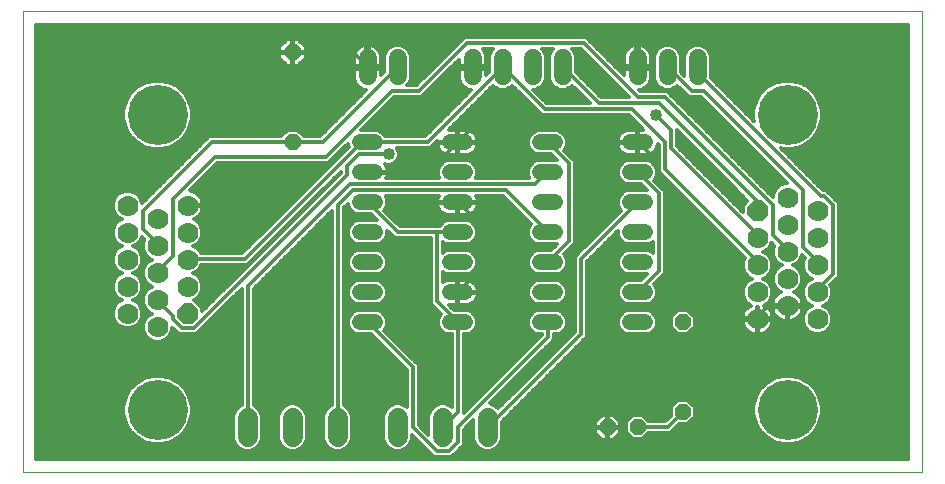
<source format=gtl>
G75*
%MOIN*%
%OFA0B0*%
%FSLAX25Y25*%
%IPPOS*%
%LPD*%
%AMOC8*
5,1,8,0,0,1.08239X$1,22.5*
%
%ADD10C,0.00000*%
%ADD11OC8,0.05600*%
%ADD12C,0.05200*%
%ADD13C,0.06000*%
%ADD14OC8,0.05200*%
%ADD15C,0.06600*%
%ADD16C,0.07000*%
%ADD17OC8,0.07000*%
%ADD18C,0.20000*%
%ADD19C,0.01200*%
%ADD20C,0.04000*%
D10*
X0025619Y0001600D02*
X0025619Y0155301D01*
X0325540Y0155301D01*
X0325540Y0001600D01*
X0025619Y0001600D01*
D11*
X0115619Y0111600D03*
X0115619Y0141600D03*
D12*
X0138019Y0111600D02*
X0143219Y0111600D01*
X0143219Y0101600D02*
X0138019Y0101600D01*
X0138019Y0091600D02*
X0143219Y0091600D01*
X0143219Y0081600D02*
X0138019Y0081600D01*
X0138019Y0071600D02*
X0143219Y0071600D01*
X0143219Y0061600D02*
X0138019Y0061600D01*
X0138019Y0051600D02*
X0143219Y0051600D01*
X0168019Y0051600D02*
X0173219Y0051600D01*
X0173219Y0061600D02*
X0168019Y0061600D01*
X0168019Y0071600D02*
X0173219Y0071600D01*
X0173219Y0081600D02*
X0168019Y0081600D01*
X0168019Y0091600D02*
X0173219Y0091600D01*
X0173219Y0101600D02*
X0168019Y0101600D01*
X0168019Y0111600D02*
X0173219Y0111600D01*
X0198019Y0111600D02*
X0203219Y0111600D01*
X0203219Y0101600D02*
X0198019Y0101600D01*
X0198019Y0091600D02*
X0203219Y0091600D01*
X0203219Y0081600D02*
X0198019Y0081600D01*
X0198019Y0071600D02*
X0203219Y0071600D01*
X0203219Y0061600D02*
X0198019Y0061600D01*
X0198019Y0051600D02*
X0203219Y0051600D01*
X0228019Y0051600D02*
X0233219Y0051600D01*
X0233219Y0061600D02*
X0228019Y0061600D01*
X0228019Y0071600D02*
X0233219Y0071600D01*
X0233219Y0081600D02*
X0228019Y0081600D01*
X0228019Y0091600D02*
X0233219Y0091600D01*
X0233219Y0101600D02*
X0228019Y0101600D01*
X0228019Y0111600D02*
X0233219Y0111600D01*
D13*
X0230619Y0133600D02*
X0230619Y0139600D01*
X0240619Y0139600D02*
X0240619Y0133600D01*
X0250619Y0133600D02*
X0250619Y0139600D01*
X0205619Y0139600D02*
X0205619Y0133600D01*
X0195619Y0133600D02*
X0195619Y0139600D01*
X0185619Y0139600D02*
X0185619Y0133600D01*
X0175619Y0133600D02*
X0175619Y0139600D01*
X0150619Y0139600D02*
X0150619Y0133600D01*
X0140619Y0133600D02*
X0140619Y0139600D01*
D14*
X0245619Y0051600D03*
X0245619Y0021600D03*
X0230619Y0016600D03*
X0220619Y0016600D03*
D15*
X0180619Y0013300D02*
X0180619Y0019900D01*
X0165619Y0019900D02*
X0165619Y0013300D01*
X0150619Y0013300D02*
X0150619Y0019900D01*
X0130619Y0019900D02*
X0130619Y0013300D01*
X0115619Y0013300D02*
X0115619Y0019900D01*
X0100619Y0019900D02*
X0100619Y0013300D01*
D16*
X0070619Y0050057D03*
X0060619Y0054557D03*
X0070619Y0059057D03*
X0080619Y0063557D03*
X0070619Y0068057D03*
X0080619Y0072557D03*
X0070619Y0077057D03*
X0080619Y0081557D03*
X0070619Y0086057D03*
X0080619Y0090557D03*
X0060619Y0090557D03*
X0060619Y0081557D03*
X0060619Y0072557D03*
X0060619Y0063557D03*
X0270619Y0061643D03*
X0280619Y0057143D03*
X0290619Y0052643D03*
X0270619Y0052643D03*
X0290619Y0061643D03*
X0280619Y0066143D03*
X0270619Y0070643D03*
X0280619Y0075143D03*
X0290619Y0070643D03*
X0290619Y0079643D03*
X0280619Y0084143D03*
X0270619Y0079643D03*
X0290619Y0088643D03*
X0280619Y0093143D03*
D17*
X0270619Y0088643D03*
X0080619Y0054557D03*
D18*
X0070619Y0022387D03*
X0280619Y0022387D03*
X0280619Y0120813D03*
X0070619Y0120813D03*
D19*
X0080555Y0115222D02*
X0113302Y0115222D01*
X0113879Y0115800D02*
X0111679Y0113600D01*
X0087790Y0113600D01*
X0065519Y0091328D01*
X0065519Y0091531D01*
X0064773Y0093332D01*
X0063395Y0094711D01*
X0061594Y0095457D01*
X0059644Y0095457D01*
X0057843Y0094711D01*
X0056465Y0093332D01*
X0055719Y0091531D01*
X0055719Y0089582D01*
X0056465Y0087781D01*
X0057843Y0086403D01*
X0058679Y0086057D01*
X0057843Y0085711D01*
X0056465Y0084332D01*
X0055719Y0082531D01*
X0055719Y0080582D01*
X0056465Y0078781D01*
X0057843Y0077403D01*
X0058679Y0077057D01*
X0057843Y0076711D01*
X0056465Y0075332D01*
X0055719Y0073531D01*
X0055719Y0071582D01*
X0056465Y0069781D01*
X0057843Y0068403D01*
X0058679Y0068057D01*
X0057843Y0067711D01*
X0056465Y0066332D01*
X0055719Y0064531D01*
X0055719Y0062582D01*
X0056465Y0060781D01*
X0057843Y0059403D01*
X0058679Y0059057D01*
X0057843Y0058711D01*
X0056465Y0057332D01*
X0055719Y0055531D01*
X0055719Y0053582D01*
X0056465Y0051781D01*
X0057843Y0050403D01*
X0059644Y0049657D01*
X0061594Y0049657D01*
X0063395Y0050403D01*
X0064773Y0051781D01*
X0065519Y0053582D01*
X0065519Y0055531D01*
X0064773Y0057332D01*
X0063395Y0058711D01*
X0062559Y0059057D01*
X0063395Y0059403D01*
X0064773Y0060781D01*
X0065519Y0062582D01*
X0065519Y0064531D01*
X0064773Y0066332D01*
X0063395Y0067711D01*
X0062559Y0068057D01*
X0063395Y0068403D01*
X0064773Y0069781D01*
X0065519Y0071582D01*
X0065519Y0073531D01*
X0064773Y0075332D01*
X0063395Y0076711D01*
X0062559Y0077057D01*
X0063395Y0077403D01*
X0064773Y0078781D01*
X0065311Y0080080D01*
X0066199Y0079191D01*
X0065719Y0078031D01*
X0065719Y0076082D01*
X0066465Y0074281D01*
X0067843Y0072903D01*
X0068679Y0072557D01*
X0067843Y0072211D01*
X0066465Y0070832D01*
X0065719Y0069031D01*
X0065719Y0067082D01*
X0066465Y0065281D01*
X0067843Y0063903D01*
X0068679Y0063557D01*
X0067843Y0063211D01*
X0066465Y0061832D01*
X0065719Y0060031D01*
X0065719Y0058082D01*
X0066465Y0056281D01*
X0067843Y0054903D01*
X0068679Y0054557D01*
X0067843Y0054211D01*
X0066465Y0052832D01*
X0065719Y0051031D01*
X0065719Y0049082D01*
X0066465Y0047281D01*
X0067843Y0045903D01*
X0069644Y0045157D01*
X0071594Y0045157D01*
X0073395Y0045903D01*
X0074773Y0047281D01*
X0075519Y0049082D01*
X0075519Y0049872D01*
X0076619Y0048772D01*
X0077790Y0047600D01*
X0083447Y0047600D01*
X0098619Y0062772D01*
X0098619Y0024159D01*
X0097957Y0023884D01*
X0096634Y0022562D01*
X0095919Y0020835D01*
X0095919Y0012365D01*
X0096634Y0010638D01*
X0097957Y0009316D01*
X0099684Y0008600D01*
X0101554Y0008600D01*
X0103281Y0009316D01*
X0104603Y0010638D01*
X0105319Y0012365D01*
X0105319Y0020835D01*
X0104603Y0022562D01*
X0103281Y0023884D01*
X0102619Y0024159D01*
X0102619Y0062772D01*
X0128619Y0088772D01*
X0128619Y0024159D01*
X0127957Y0023884D01*
X0126634Y0022562D01*
X0125919Y0020835D01*
X0125919Y0012365D01*
X0126634Y0010638D01*
X0127957Y0009316D01*
X0129684Y0008600D01*
X0131554Y0008600D01*
X0133281Y0009316D01*
X0134603Y0010638D01*
X0135319Y0012365D01*
X0135319Y0020835D01*
X0134603Y0022562D01*
X0133281Y0023884D01*
X0132619Y0024159D01*
X0132619Y0089772D01*
X0134019Y0091172D01*
X0134019Y0090804D01*
X0134628Y0089334D01*
X0135753Y0088209D01*
X0137223Y0087600D01*
X0141790Y0087600D01*
X0143790Y0085600D01*
X0137223Y0085600D01*
X0135753Y0084991D01*
X0134628Y0083866D01*
X0134019Y0082396D01*
X0134019Y0080804D01*
X0134628Y0079334D01*
X0135753Y0078209D01*
X0137223Y0077600D01*
X0144015Y0077600D01*
X0145485Y0078209D01*
X0146610Y0079334D01*
X0147219Y0080804D01*
X0147219Y0082172D01*
X0149790Y0079600D01*
X0161619Y0079600D01*
X0161619Y0057772D01*
X0165076Y0054314D01*
X0164628Y0053866D01*
X0164019Y0052396D01*
X0164019Y0050804D01*
X0164628Y0049334D01*
X0165753Y0048209D01*
X0167223Y0047600D01*
X0168619Y0047600D01*
X0168619Y0023547D01*
X0168281Y0023884D01*
X0166554Y0024600D01*
X0164684Y0024600D01*
X0162957Y0023884D01*
X0161634Y0022562D01*
X0160919Y0020835D01*
X0160919Y0014128D01*
X0157619Y0017428D01*
X0157619Y0037428D01*
X0146162Y0048886D01*
X0146610Y0049334D01*
X0147219Y0050804D01*
X0147219Y0052396D01*
X0146610Y0053866D01*
X0145485Y0054991D01*
X0144015Y0055600D01*
X0137223Y0055600D01*
X0135753Y0054991D01*
X0134628Y0053866D01*
X0134019Y0052396D01*
X0134019Y0050804D01*
X0134628Y0049334D01*
X0135753Y0048209D01*
X0137223Y0047600D01*
X0141790Y0047600D01*
X0153619Y0035772D01*
X0153619Y0023547D01*
X0153281Y0023884D01*
X0151554Y0024600D01*
X0149684Y0024600D01*
X0147957Y0023884D01*
X0146634Y0022562D01*
X0145919Y0020835D01*
X0145919Y0012365D01*
X0146634Y0010638D01*
X0147957Y0009316D01*
X0149684Y0008600D01*
X0151554Y0008600D01*
X0153281Y0009316D01*
X0154603Y0010638D01*
X0155319Y0012365D01*
X0155319Y0014072D01*
X0162790Y0006600D01*
X0168447Y0006600D01*
X0169619Y0007772D01*
X0172619Y0010772D01*
X0172619Y0015772D01*
X0175919Y0019072D01*
X0175919Y0012365D01*
X0176634Y0010638D01*
X0177957Y0009316D01*
X0179684Y0008600D01*
X0181554Y0008600D01*
X0183281Y0009316D01*
X0184603Y0010638D01*
X0185319Y0012365D01*
X0185319Y0018472D01*
X0213619Y0046772D01*
X0213619Y0071772D01*
X0224019Y0082172D01*
X0224019Y0080804D01*
X0224628Y0079334D01*
X0225753Y0078209D01*
X0227223Y0077600D01*
X0234015Y0077600D01*
X0235485Y0078209D01*
X0235619Y0078343D01*
X0235619Y0074857D01*
X0235485Y0074991D01*
X0234015Y0075600D01*
X0227223Y0075600D01*
X0225753Y0074991D01*
X0224628Y0073866D01*
X0224019Y0072396D01*
X0224019Y0070804D01*
X0224628Y0069334D01*
X0225753Y0068209D01*
X0227223Y0067600D01*
X0233790Y0067600D01*
X0231790Y0065600D01*
X0227223Y0065600D01*
X0225753Y0064991D01*
X0224628Y0063866D01*
X0224019Y0062396D01*
X0224019Y0060804D01*
X0224628Y0059334D01*
X0225753Y0058209D01*
X0227223Y0057600D01*
X0234015Y0057600D01*
X0235485Y0058209D01*
X0236610Y0059334D01*
X0237219Y0060804D01*
X0237219Y0062396D01*
X0236610Y0063866D01*
X0236162Y0064314D01*
X0238447Y0066600D01*
X0239619Y0067772D01*
X0239619Y0095428D01*
X0236162Y0098886D01*
X0236610Y0099334D01*
X0237219Y0100804D01*
X0237219Y0102396D01*
X0236610Y0103866D01*
X0235485Y0104991D01*
X0234015Y0105600D01*
X0227223Y0105600D01*
X0225753Y0104991D01*
X0224628Y0103866D01*
X0224019Y0102396D01*
X0224019Y0100804D01*
X0224628Y0099334D01*
X0225753Y0098209D01*
X0227223Y0097600D01*
X0231790Y0097600D01*
X0233790Y0095600D01*
X0227223Y0095600D01*
X0225753Y0094991D01*
X0224628Y0093866D01*
X0224019Y0092396D01*
X0224019Y0090804D01*
X0224628Y0089334D01*
X0225076Y0088886D01*
X0210790Y0074600D01*
X0209619Y0073428D01*
X0209619Y0048428D01*
X0184178Y0022988D01*
X0183281Y0023884D01*
X0181554Y0024600D01*
X0181447Y0024600D01*
X0202619Y0045772D01*
X0202619Y0047600D01*
X0204015Y0047600D01*
X0205485Y0048209D01*
X0206610Y0049334D01*
X0207219Y0050804D01*
X0207219Y0052396D01*
X0206610Y0053866D01*
X0205485Y0054991D01*
X0204015Y0055600D01*
X0197223Y0055600D01*
X0195753Y0054991D01*
X0194628Y0053866D01*
X0194019Y0052396D01*
X0194019Y0050804D01*
X0194628Y0049334D01*
X0195753Y0048209D01*
X0197223Y0047600D01*
X0198619Y0047600D01*
X0198619Y0047428D01*
X0172619Y0021428D01*
X0172619Y0047600D01*
X0174015Y0047600D01*
X0175485Y0048209D01*
X0176610Y0049334D01*
X0177219Y0050804D01*
X0177219Y0052396D01*
X0176610Y0053866D01*
X0175485Y0054991D01*
X0174015Y0055600D01*
X0169447Y0055600D01*
X0167640Y0057408D01*
X0167688Y0057400D01*
X0170419Y0057400D01*
X0170419Y0061400D01*
X0170819Y0061400D01*
X0170819Y0061800D01*
X0177419Y0061800D01*
X0177419Y0061931D01*
X0177315Y0062584D01*
X0177111Y0063212D01*
X0176811Y0063801D01*
X0176422Y0064336D01*
X0175955Y0064804D01*
X0175420Y0065192D01*
X0174831Y0065492D01*
X0174202Y0065697D01*
X0173549Y0065800D01*
X0170819Y0065800D01*
X0170819Y0061800D01*
X0170419Y0061800D01*
X0170419Y0065800D01*
X0167688Y0065800D01*
X0167035Y0065697D01*
X0166407Y0065492D01*
X0165818Y0065192D01*
X0165619Y0065048D01*
X0165619Y0068343D01*
X0165753Y0068209D01*
X0167223Y0067600D01*
X0174015Y0067600D01*
X0175485Y0068209D01*
X0176610Y0069334D01*
X0177219Y0070804D01*
X0177219Y0072396D01*
X0176610Y0073866D01*
X0175485Y0074991D01*
X0174015Y0075600D01*
X0167223Y0075600D01*
X0165753Y0074991D01*
X0165619Y0074857D01*
X0165619Y0078343D01*
X0165753Y0078209D01*
X0167223Y0077600D01*
X0174015Y0077600D01*
X0175485Y0078209D01*
X0176610Y0079334D01*
X0177219Y0080804D01*
X0177219Y0082396D01*
X0176610Y0083866D01*
X0175485Y0084991D01*
X0174015Y0085600D01*
X0167223Y0085600D01*
X0165753Y0084991D01*
X0164628Y0083866D01*
X0164518Y0083600D01*
X0151447Y0083600D01*
X0146162Y0088886D01*
X0146610Y0089334D01*
X0147219Y0090804D01*
X0147219Y0092396D01*
X0146720Y0093600D01*
X0164324Y0093600D01*
X0164127Y0093212D01*
X0163922Y0092584D01*
X0163819Y0091931D01*
X0163819Y0091800D01*
X0170419Y0091800D01*
X0170419Y0091400D01*
X0170819Y0091400D01*
X0170819Y0091800D01*
X0177419Y0091800D01*
X0177419Y0091931D01*
X0177315Y0092584D01*
X0177111Y0093212D01*
X0176914Y0093600D01*
X0185790Y0093600D01*
X0195076Y0084314D01*
X0194628Y0083866D01*
X0194019Y0082396D01*
X0194019Y0080804D01*
X0194628Y0079334D01*
X0195753Y0078209D01*
X0197223Y0077600D01*
X0203790Y0077600D01*
X0201790Y0075600D01*
X0197223Y0075600D01*
X0195753Y0074991D01*
X0194628Y0073866D01*
X0194019Y0072396D01*
X0194019Y0070804D01*
X0194628Y0069334D01*
X0195753Y0068209D01*
X0197223Y0067600D01*
X0204015Y0067600D01*
X0205485Y0068209D01*
X0206610Y0069334D01*
X0207219Y0070804D01*
X0207219Y0072396D01*
X0206610Y0073866D01*
X0206162Y0074314D01*
X0208447Y0076600D01*
X0209619Y0077772D01*
X0209619Y0105428D01*
X0206162Y0108886D01*
X0206610Y0109334D01*
X0207219Y0110804D01*
X0207219Y0112396D01*
X0206610Y0113866D01*
X0205485Y0114991D01*
X0204015Y0115600D01*
X0197223Y0115600D01*
X0195753Y0114991D01*
X0194628Y0113866D01*
X0194019Y0112396D01*
X0194019Y0110804D01*
X0194628Y0109334D01*
X0195753Y0108209D01*
X0197223Y0107600D01*
X0201790Y0107600D01*
X0203790Y0105600D01*
X0197223Y0105600D01*
X0195753Y0104991D01*
X0194628Y0103866D01*
X0194019Y0102396D01*
X0194019Y0100804D01*
X0194518Y0099600D01*
X0176720Y0099600D01*
X0177219Y0100804D01*
X0177219Y0102396D01*
X0176610Y0103866D01*
X0175485Y0104991D01*
X0174015Y0105600D01*
X0167223Y0105600D01*
X0165753Y0104991D01*
X0164628Y0103866D01*
X0164019Y0102396D01*
X0164019Y0100804D01*
X0164518Y0099600D01*
X0146914Y0099600D01*
X0147111Y0099988D01*
X0147315Y0100616D01*
X0147419Y0101269D01*
X0147419Y0101400D01*
X0140819Y0101400D01*
X0140819Y0101800D01*
X0147419Y0101800D01*
X0147419Y0101931D01*
X0147315Y0102584D01*
X0147111Y0103212D01*
X0146811Y0103801D01*
X0146422Y0104336D01*
X0146287Y0104472D01*
X0146943Y0104200D01*
X0148295Y0104200D01*
X0149545Y0104718D01*
X0150501Y0105674D01*
X0151019Y0106924D01*
X0151019Y0108276D01*
X0150501Y0109526D01*
X0150427Y0109600D01*
X0161447Y0109600D01*
X0163827Y0111979D01*
X0163819Y0111931D01*
X0163819Y0111800D01*
X0170419Y0111800D01*
X0170419Y0115800D01*
X0167688Y0115800D01*
X0167640Y0115792D01*
X0182422Y0130575D01*
X0183126Y0129870D01*
X0184744Y0129200D01*
X0186494Y0129200D01*
X0188111Y0129870D01*
X0188816Y0130575D01*
X0198790Y0120600D01*
X0227790Y0120600D01*
X0232590Y0115800D01*
X0230819Y0115800D01*
X0230819Y0111800D01*
X0230419Y0111800D01*
X0230419Y0115800D01*
X0227688Y0115800D01*
X0227035Y0115697D01*
X0226407Y0115492D01*
X0225818Y0115192D01*
X0225283Y0114804D01*
X0224815Y0114336D01*
X0224427Y0113801D01*
X0224127Y0113212D01*
X0223922Y0112584D01*
X0223819Y0111931D01*
X0223819Y0111800D01*
X0230419Y0111800D01*
X0230419Y0111400D01*
X0230819Y0111400D01*
X0230819Y0107400D01*
X0233549Y0107400D01*
X0234202Y0107503D01*
X0234831Y0107708D01*
X0235420Y0108008D01*
X0235955Y0108396D01*
X0236422Y0108864D01*
X0236811Y0109399D01*
X0237111Y0109988D01*
X0237315Y0110616D01*
X0237378Y0111012D01*
X0237619Y0110772D01*
X0237619Y0101772D01*
X0238790Y0100600D01*
X0266320Y0073070D01*
X0265719Y0071618D01*
X0265719Y0069669D01*
X0266465Y0067868D01*
X0267843Y0066489D01*
X0268679Y0066143D01*
X0267843Y0065797D01*
X0266465Y0064419D01*
X0265719Y0062618D01*
X0265719Y0060669D01*
X0266465Y0058868D01*
X0267843Y0057489D01*
X0268424Y0057249D01*
X0267946Y0057005D01*
X0267296Y0056533D01*
X0266729Y0055966D01*
X0266257Y0055316D01*
X0265893Y0054601D01*
X0265644Y0053838D01*
X0265519Y0053045D01*
X0265519Y0052929D01*
X0270333Y0052929D01*
X0270333Y0052357D01*
X0270905Y0052357D01*
X0270905Y0047543D01*
X0271020Y0047543D01*
X0271813Y0047669D01*
X0272577Y0047917D01*
X0273292Y0048281D01*
X0273941Y0048753D01*
X0274509Y0049321D01*
X0274981Y0049970D01*
X0275345Y0050686D01*
X0275593Y0051449D01*
X0275719Y0052242D01*
X0275719Y0052357D01*
X0270905Y0052357D01*
X0270905Y0052929D01*
X0275719Y0052929D01*
X0275719Y0053045D01*
X0275593Y0053838D01*
X0275345Y0054601D01*
X0274981Y0055316D01*
X0274509Y0055966D01*
X0273941Y0056533D01*
X0273292Y0057005D01*
X0272814Y0057249D01*
X0273395Y0057489D01*
X0274773Y0058868D01*
X0275519Y0060669D01*
X0275519Y0062618D01*
X0274773Y0064419D01*
X0273395Y0065797D01*
X0272559Y0066143D01*
X0273395Y0066489D01*
X0274773Y0067868D01*
X0275519Y0069669D01*
X0275519Y0071618D01*
X0274773Y0073419D01*
X0273395Y0074797D01*
X0272559Y0075143D01*
X0273395Y0075489D01*
X0274773Y0076868D01*
X0275285Y0078105D01*
X0276174Y0077217D01*
X0275719Y0076118D01*
X0275719Y0074169D01*
X0276465Y0072368D01*
X0277843Y0070989D01*
X0278679Y0070643D01*
X0277843Y0070297D01*
X0276465Y0068919D01*
X0275719Y0067118D01*
X0275719Y0065169D01*
X0276465Y0063368D01*
X0277843Y0061989D01*
X0278424Y0061749D01*
X0277946Y0061505D01*
X0277296Y0061033D01*
X0276729Y0060466D01*
X0276257Y0059816D01*
X0275893Y0059101D01*
X0275644Y0058338D01*
X0275519Y0057545D01*
X0275519Y0057429D01*
X0280333Y0057429D01*
X0280333Y0056857D01*
X0280905Y0056857D01*
X0280905Y0052043D01*
X0281020Y0052043D01*
X0281813Y0052169D01*
X0282577Y0052417D01*
X0283292Y0052781D01*
X0283941Y0053253D01*
X0284509Y0053821D01*
X0284981Y0054470D01*
X0285345Y0055186D01*
X0285593Y0055949D01*
X0285719Y0056742D01*
X0285719Y0056857D01*
X0280905Y0056857D01*
X0280905Y0057429D01*
X0285719Y0057429D01*
X0285719Y0057545D01*
X0285593Y0058338D01*
X0285345Y0059101D01*
X0284981Y0059816D01*
X0284509Y0060466D01*
X0283941Y0061033D01*
X0283292Y0061505D01*
X0282814Y0061749D01*
X0283395Y0061989D01*
X0284773Y0063368D01*
X0285519Y0065169D01*
X0285519Y0067118D01*
X0284773Y0068919D01*
X0283395Y0070297D01*
X0282559Y0070643D01*
X0283395Y0070989D01*
X0284773Y0072368D01*
X0285432Y0073959D01*
X0286320Y0073070D01*
X0285719Y0071618D01*
X0285719Y0069669D01*
X0286465Y0067868D01*
X0287843Y0066489D01*
X0288679Y0066143D01*
X0287843Y0065797D01*
X0286465Y0064419D01*
X0285719Y0062618D01*
X0285719Y0060669D01*
X0286465Y0058868D01*
X0287843Y0057489D01*
X0288679Y0057143D01*
X0287843Y0056797D01*
X0286465Y0055419D01*
X0285719Y0053618D01*
X0285719Y0051669D01*
X0286465Y0049868D01*
X0287843Y0048489D01*
X0289644Y0047743D01*
X0291594Y0047743D01*
X0293395Y0048489D01*
X0294773Y0049868D01*
X0295519Y0051669D01*
X0295519Y0053618D01*
X0294773Y0055419D01*
X0293395Y0056797D01*
X0292559Y0057143D01*
X0293395Y0057489D01*
X0294773Y0058868D01*
X0295519Y0060669D01*
X0295519Y0062618D01*
X0294917Y0064070D01*
X0297619Y0066772D01*
X0297619Y0091428D01*
X0296447Y0092600D01*
X0293447Y0095600D01*
X0292447Y0095600D01*
X0278458Y0109590D01*
X0279118Y0109413D01*
X0282120Y0109413D01*
X0285019Y0110189D01*
X0287619Y0111690D01*
X0289741Y0113813D01*
X0291242Y0116412D01*
X0292019Y0119312D01*
X0292019Y0122313D01*
X0291242Y0125213D01*
X0289741Y0127812D01*
X0287619Y0129935D01*
X0285019Y0131436D01*
X0282120Y0132213D01*
X0279118Y0132213D01*
X0276219Y0131436D01*
X0273619Y0129935D01*
X0271497Y0127812D01*
X0269996Y0125213D01*
X0269219Y0122313D01*
X0269219Y0119312D01*
X0269396Y0118651D01*
X0255019Y0133028D01*
X0255019Y0140475D01*
X0254349Y0142092D01*
X0253111Y0143330D01*
X0251494Y0144000D01*
X0249744Y0144000D01*
X0248126Y0143330D01*
X0246889Y0142092D01*
X0246219Y0140475D01*
X0246219Y0133828D01*
X0245019Y0135028D01*
X0245019Y0140475D01*
X0244349Y0142092D01*
X0243111Y0143330D01*
X0241494Y0144000D01*
X0239744Y0144000D01*
X0238126Y0143330D01*
X0236889Y0142092D01*
X0236219Y0140475D01*
X0236219Y0132725D01*
X0236889Y0131108D01*
X0238126Y0129870D01*
X0239744Y0129200D01*
X0241494Y0129200D01*
X0243111Y0129870D01*
X0243816Y0130575D01*
X0247790Y0126600D01*
X0251790Y0126600D01*
X0280347Y0098043D01*
X0279644Y0098043D01*
X0277843Y0097297D01*
X0276465Y0095919D01*
X0275719Y0094118D01*
X0275719Y0093328D01*
X0240447Y0128600D01*
X0231447Y0128600D01*
X0231038Y0129009D01*
X0231696Y0129113D01*
X0232385Y0129337D01*
X0233030Y0129666D01*
X0233616Y0130091D01*
X0234128Y0130603D01*
X0234553Y0131189D01*
X0234882Y0131834D01*
X0235106Y0132523D01*
X0235219Y0133238D01*
X0235219Y0136200D01*
X0231019Y0136200D01*
X0231019Y0137000D01*
X0235219Y0137000D01*
X0235219Y0139962D01*
X0235106Y0140677D01*
X0234882Y0141366D01*
X0234553Y0142011D01*
X0234128Y0142597D01*
X0233616Y0143109D01*
X0233030Y0143534D01*
X0232385Y0143863D01*
X0231696Y0144087D01*
X0231019Y0144194D01*
X0231019Y0137000D01*
X0230219Y0137000D01*
X0230219Y0144194D01*
X0229542Y0144087D01*
X0228853Y0143863D01*
X0228208Y0143534D01*
X0227622Y0143109D01*
X0227110Y0142597D01*
X0226685Y0142011D01*
X0226356Y0141366D01*
X0226132Y0140677D01*
X0226019Y0139962D01*
X0226019Y0137000D01*
X0230219Y0137000D01*
X0230219Y0136200D01*
X0226019Y0136200D01*
X0226019Y0134028D01*
X0213447Y0146600D01*
X0172790Y0146600D01*
X0171619Y0145428D01*
X0156790Y0130600D01*
X0153841Y0130600D01*
X0154349Y0131108D01*
X0155019Y0132725D01*
X0155019Y0140475D01*
X0154349Y0142092D01*
X0153111Y0143330D01*
X0151494Y0144000D01*
X0149744Y0144000D01*
X0148126Y0143330D01*
X0146889Y0142092D01*
X0146219Y0140475D01*
X0146219Y0135028D01*
X0145219Y0134028D01*
X0145219Y0136200D01*
X0141019Y0136200D01*
X0141019Y0137000D01*
X0145219Y0137000D01*
X0145219Y0139962D01*
X0145106Y0140677D01*
X0144882Y0141366D01*
X0144553Y0142011D01*
X0144128Y0142597D01*
X0143616Y0143109D01*
X0143030Y0143534D01*
X0142385Y0143863D01*
X0141696Y0144087D01*
X0141019Y0144194D01*
X0141019Y0137000D01*
X0140219Y0137000D01*
X0140219Y0144194D01*
X0139542Y0144087D01*
X0138853Y0143863D01*
X0138208Y0143534D01*
X0137622Y0143109D01*
X0137110Y0142597D01*
X0136685Y0142011D01*
X0136356Y0141366D01*
X0136132Y0140677D01*
X0136019Y0139962D01*
X0136019Y0137000D01*
X0140219Y0137000D01*
X0140219Y0136200D01*
X0136019Y0136200D01*
X0136019Y0133238D01*
X0136132Y0132523D01*
X0136356Y0131834D01*
X0136685Y0131189D01*
X0137110Y0130603D01*
X0137622Y0130091D01*
X0138208Y0129666D01*
X0138853Y0129337D01*
X0139542Y0129113D01*
X0140200Y0129009D01*
X0124790Y0113600D01*
X0119559Y0113600D01*
X0117359Y0115800D01*
X0113879Y0115800D01*
X0112103Y0114024D02*
X0079863Y0114024D01*
X0079741Y0113813D02*
X0081242Y0116412D01*
X0082019Y0119312D01*
X0082019Y0122313D01*
X0081242Y0125213D01*
X0079741Y0127812D01*
X0077619Y0129935D01*
X0075019Y0131436D01*
X0072120Y0132213D01*
X0069118Y0132213D01*
X0066219Y0131436D01*
X0063619Y0129935D01*
X0061497Y0127812D01*
X0059996Y0125213D01*
X0059219Y0122313D01*
X0059219Y0119312D01*
X0059996Y0116412D01*
X0061497Y0113813D01*
X0063619Y0111690D01*
X0066219Y0110189D01*
X0069118Y0109413D01*
X0072120Y0109413D01*
X0075019Y0110189D01*
X0077619Y0111690D01*
X0079741Y0113813D01*
X0078754Y0112825D02*
X0087016Y0112825D01*
X0085817Y0111627D02*
X0077509Y0111627D01*
X0075433Y0110428D02*
X0084619Y0110428D01*
X0083420Y0109230D02*
X0030219Y0109230D01*
X0030219Y0110428D02*
X0065805Y0110428D01*
X0063729Y0111627D02*
X0030219Y0111627D01*
X0030219Y0112825D02*
X0062484Y0112825D01*
X0061375Y0114024D02*
X0030219Y0114024D01*
X0030219Y0115222D02*
X0060683Y0115222D01*
X0059994Y0116421D02*
X0030219Y0116421D01*
X0030219Y0117619D02*
X0059672Y0117619D01*
X0059351Y0118818D02*
X0030219Y0118818D01*
X0030219Y0120016D02*
X0059219Y0120016D01*
X0059219Y0121215D02*
X0030219Y0121215D01*
X0030219Y0122413D02*
X0059246Y0122413D01*
X0059567Y0123612D02*
X0030219Y0123612D01*
X0030219Y0124810D02*
X0059888Y0124810D01*
X0060455Y0126009D02*
X0030219Y0126009D01*
X0030219Y0127207D02*
X0061147Y0127207D01*
X0062090Y0128406D02*
X0030219Y0128406D01*
X0030219Y0129604D02*
X0063289Y0129604D01*
X0065123Y0130803D02*
X0030219Y0130803D01*
X0030219Y0132002D02*
X0068330Y0132002D01*
X0072907Y0132002D02*
X0136302Y0132002D01*
X0136025Y0133200D02*
X0030219Y0133200D01*
X0030219Y0134399D02*
X0136019Y0134399D01*
X0136019Y0135597D02*
X0030219Y0135597D01*
X0030219Y0136796D02*
X0140219Y0136796D01*
X0140619Y0136600D02*
X0135619Y0141600D01*
X0115619Y0141600D01*
X0115919Y0141590D02*
X0136470Y0141590D01*
X0136087Y0140391D02*
X0120019Y0140391D01*
X0120019Y0139777D02*
X0120019Y0141300D01*
X0115919Y0141300D01*
X0115919Y0141900D01*
X0120019Y0141900D01*
X0120019Y0143423D01*
X0117441Y0146000D01*
X0115919Y0146000D01*
X0115919Y0141900D01*
X0115319Y0141900D01*
X0115319Y0146000D01*
X0113796Y0146000D01*
X0111219Y0143423D01*
X0111219Y0141900D01*
X0115319Y0141900D01*
X0115319Y0141300D01*
X0115919Y0141300D01*
X0115919Y0137200D01*
X0117441Y0137200D01*
X0120019Y0139777D01*
X0119434Y0139193D02*
X0136019Y0139193D01*
X0136019Y0137994D02*
X0118235Y0137994D01*
X0115919Y0137994D02*
X0115319Y0137994D01*
X0115319Y0137200D02*
X0115319Y0141300D01*
X0111219Y0141300D01*
X0111219Y0139777D01*
X0113796Y0137200D01*
X0115319Y0137200D01*
X0115319Y0139193D02*
X0115919Y0139193D01*
X0115919Y0140391D02*
X0115319Y0140391D01*
X0115319Y0141590D02*
X0030219Y0141590D01*
X0030219Y0142788D02*
X0111219Y0142788D01*
X0111783Y0143987D02*
X0030219Y0143987D01*
X0030219Y0145185D02*
X0112982Y0145185D01*
X0115319Y0145185D02*
X0115919Y0145185D01*
X0115919Y0143987D02*
X0115319Y0143987D01*
X0115319Y0142788D02*
X0115919Y0142788D01*
X0119455Y0143987D02*
X0139234Y0143987D01*
X0140219Y0143987D02*
X0141019Y0143987D01*
X0142004Y0143987D02*
X0149711Y0143987D01*
X0151526Y0143987D02*
X0170177Y0143987D01*
X0171376Y0145185D02*
X0118256Y0145185D01*
X0120019Y0142788D02*
X0137302Y0142788D01*
X0140219Y0142788D02*
X0141019Y0142788D01*
X0141019Y0141590D02*
X0140219Y0141590D01*
X0140219Y0140391D02*
X0141019Y0140391D01*
X0141019Y0139193D02*
X0140219Y0139193D01*
X0140219Y0137994D02*
X0141019Y0137994D01*
X0141019Y0136796D02*
X0146219Y0136796D01*
X0146219Y0137994D02*
X0145219Y0137994D01*
X0145219Y0139193D02*
X0146219Y0139193D01*
X0146219Y0140391D02*
X0145151Y0140391D01*
X0144768Y0141590D02*
X0146680Y0141590D01*
X0147584Y0142788D02*
X0143936Y0142788D01*
X0153653Y0142788D02*
X0168979Y0142788D01*
X0167780Y0141590D02*
X0154557Y0141590D01*
X0155019Y0140391D02*
X0166582Y0140391D01*
X0165383Y0139193D02*
X0155019Y0139193D01*
X0155019Y0137994D02*
X0164185Y0137994D01*
X0162986Y0136796D02*
X0155019Y0136796D01*
X0155019Y0135597D02*
X0161788Y0135597D01*
X0160589Y0134399D02*
X0155019Y0134399D01*
X0155019Y0133200D02*
X0159391Y0133200D01*
X0158192Y0132002D02*
X0154719Y0132002D01*
X0154044Y0130803D02*
X0156993Y0130803D01*
X0161452Y0129604D02*
X0173328Y0129604D01*
X0173208Y0129666D02*
X0173853Y0129337D01*
X0174542Y0129113D01*
X0175200Y0129009D01*
X0159790Y0113600D01*
X0146720Y0113600D01*
X0146610Y0113866D01*
X0145485Y0114991D01*
X0144015Y0115600D01*
X0138447Y0115600D01*
X0149447Y0126600D01*
X0158447Y0126600D01*
X0171019Y0139172D01*
X0171019Y0137000D01*
X0175219Y0137000D01*
X0175219Y0136200D01*
X0171019Y0136200D01*
X0171019Y0133238D01*
X0171132Y0132523D01*
X0171356Y0131834D01*
X0171685Y0131189D01*
X0172110Y0130603D01*
X0172622Y0130091D01*
X0173208Y0129666D01*
X0171965Y0130803D02*
X0162650Y0130803D01*
X0163849Y0132002D02*
X0171302Y0132002D01*
X0171025Y0133200D02*
X0165047Y0133200D01*
X0166246Y0134399D02*
X0171019Y0134399D01*
X0171019Y0135597D02*
X0167444Y0135597D01*
X0168643Y0136796D02*
X0175219Y0136796D01*
X0176019Y0136796D02*
X0181219Y0136796D01*
X0180219Y0137000D02*
X0180219Y0139962D01*
X0180106Y0140677D01*
X0179882Y0141366D01*
X0179553Y0142011D01*
X0179128Y0142597D01*
X0179124Y0142600D01*
X0182396Y0142600D01*
X0181889Y0142092D01*
X0181219Y0140475D01*
X0181219Y0135028D01*
X0180219Y0134028D01*
X0180219Y0136200D01*
X0176019Y0136200D01*
X0176019Y0137000D01*
X0180219Y0137000D01*
X0180219Y0137994D02*
X0181219Y0137994D01*
X0181219Y0139193D02*
X0180219Y0139193D01*
X0180151Y0140391D02*
X0181219Y0140391D01*
X0181680Y0141590D02*
X0179768Y0141590D01*
X0173619Y0144600D02*
X0212619Y0144600D01*
X0230619Y0126600D01*
X0239619Y0126600D01*
X0275619Y0090600D01*
X0275619Y0080600D01*
X0280619Y0075600D01*
X0280619Y0075143D01*
X0276089Y0073274D02*
X0274833Y0073274D01*
X0275329Y0072076D02*
X0276757Y0072076D01*
X0275519Y0070877D02*
X0278113Y0070877D01*
X0277225Y0069679D02*
X0275519Y0069679D01*
X0275027Y0068480D02*
X0276283Y0068480D01*
X0275787Y0067282D02*
X0274187Y0067282D01*
X0272704Y0066083D02*
X0275719Y0066083D01*
X0275836Y0064885D02*
X0274307Y0064885D01*
X0275076Y0063686D02*
X0276333Y0063686D01*
X0275519Y0062488D02*
X0277345Y0062488D01*
X0277649Y0061289D02*
X0275519Y0061289D01*
X0275280Y0060091D02*
X0276456Y0060091D01*
X0275825Y0058892D02*
X0274783Y0058892D01*
X0275543Y0057694D02*
X0273599Y0057694D01*
X0273619Y0056600D02*
X0270619Y0053600D01*
X0270619Y0052643D01*
X0270619Y0052600D01*
X0260619Y0052600D01*
X0260619Y0078600D01*
X0237619Y0101600D01*
X0237619Y0104600D01*
X0230619Y0111600D01*
X0209619Y0111600D01*
X0209619Y0071600D01*
X0205619Y0067600D01*
X0195619Y0067600D01*
X0194619Y0068600D01*
X0177619Y0068600D01*
X0177619Y0084600D01*
X0170619Y0091600D01*
X0170819Y0091400D02*
X0170819Y0087400D01*
X0173549Y0087400D01*
X0174202Y0087503D01*
X0174831Y0087708D01*
X0175420Y0088008D01*
X0175955Y0088396D01*
X0176422Y0088864D01*
X0176811Y0089399D01*
X0177111Y0089988D01*
X0177315Y0090616D01*
X0177419Y0091269D01*
X0177419Y0091400D01*
X0170819Y0091400D01*
X0170819Y0091252D02*
X0170419Y0091252D01*
X0170419Y0091400D02*
X0170419Y0087400D01*
X0167688Y0087400D01*
X0167035Y0087503D01*
X0166407Y0087708D01*
X0165818Y0088008D01*
X0165283Y0088396D01*
X0164815Y0088864D01*
X0164427Y0089399D01*
X0164127Y0089988D01*
X0163922Y0090616D01*
X0163819Y0091269D01*
X0163819Y0091400D01*
X0170419Y0091400D01*
X0170419Y0090054D02*
X0170819Y0090054D01*
X0170819Y0088855D02*
X0170419Y0088855D01*
X0170419Y0087657D02*
X0170819Y0087657D01*
X0174674Y0087657D02*
X0191734Y0087657D01*
X0190535Y0088855D02*
X0176414Y0088855D01*
X0177133Y0090054D02*
X0189337Y0090054D01*
X0188138Y0091252D02*
X0177416Y0091252D01*
X0177337Y0092451D02*
X0186940Y0092451D01*
X0186619Y0095600D02*
X0200619Y0081600D01*
X0196092Y0078069D02*
X0175146Y0078069D01*
X0176543Y0079267D02*
X0194695Y0079267D01*
X0194159Y0080466D02*
X0177079Y0080466D01*
X0177219Y0081664D02*
X0194019Y0081664D01*
X0194212Y0082863D02*
X0177025Y0082863D01*
X0176415Y0084061D02*
X0194823Y0084061D01*
X0194131Y0085260D02*
X0174836Y0085260D01*
X0166401Y0085260D02*
X0149788Y0085260D01*
X0148589Y0086458D02*
X0192932Y0086458D01*
X0186619Y0095600D02*
X0135619Y0095600D01*
X0130619Y0090600D01*
X0130619Y0016600D01*
X0135319Y0016944D02*
X0145919Y0016944D01*
X0145919Y0015746D02*
X0135319Y0015746D01*
X0135319Y0014547D02*
X0145919Y0014547D01*
X0145919Y0013349D02*
X0135319Y0013349D01*
X0135230Y0012150D02*
X0146008Y0012150D01*
X0146504Y0010952D02*
X0134734Y0010952D01*
X0133719Y0009753D02*
X0147519Y0009753D01*
X0153719Y0009753D02*
X0159637Y0009753D01*
X0160836Y0008555D02*
X0030219Y0008555D01*
X0030219Y0009753D02*
X0097519Y0009753D01*
X0096504Y0010952D02*
X0030219Y0010952D01*
X0030219Y0012150D02*
X0065550Y0012150D01*
X0066219Y0011764D02*
X0069118Y0010987D01*
X0072120Y0010987D01*
X0075019Y0011764D01*
X0077619Y0013265D01*
X0079741Y0015388D01*
X0081242Y0017987D01*
X0082019Y0020887D01*
X0082019Y0023888D01*
X0081242Y0026788D01*
X0079741Y0029387D01*
X0077619Y0031510D01*
X0075019Y0033010D01*
X0072120Y0033787D01*
X0069118Y0033787D01*
X0066219Y0033010D01*
X0063619Y0031510D01*
X0061497Y0029387D01*
X0059996Y0026788D01*
X0059219Y0023888D01*
X0059219Y0020887D01*
X0059996Y0017987D01*
X0061497Y0015388D01*
X0063619Y0013265D01*
X0066219Y0011764D01*
X0063535Y0013349D02*
X0030219Y0013349D01*
X0030219Y0014547D02*
X0062337Y0014547D01*
X0061290Y0015746D02*
X0030219Y0015746D01*
X0030219Y0016944D02*
X0060598Y0016944D01*
X0059954Y0018143D02*
X0030219Y0018143D01*
X0030219Y0019341D02*
X0059633Y0019341D01*
X0059312Y0020540D02*
X0030219Y0020540D01*
X0030219Y0021738D02*
X0059219Y0021738D01*
X0059219Y0022937D02*
X0030219Y0022937D01*
X0030219Y0024135D02*
X0059285Y0024135D01*
X0059606Y0025334D02*
X0030219Y0025334D01*
X0030219Y0026533D02*
X0059927Y0026533D01*
X0060540Y0027731D02*
X0030219Y0027731D01*
X0030219Y0028930D02*
X0061232Y0028930D01*
X0062238Y0030128D02*
X0030219Y0030128D01*
X0030219Y0031327D02*
X0063436Y0031327D01*
X0065378Y0032525D02*
X0030219Y0032525D01*
X0030219Y0033724D02*
X0068880Y0033724D01*
X0072358Y0033724D02*
X0098619Y0033724D01*
X0098619Y0034922D02*
X0030219Y0034922D01*
X0030219Y0036121D02*
X0098619Y0036121D01*
X0098619Y0037319D02*
X0030219Y0037319D01*
X0030219Y0038518D02*
X0098619Y0038518D01*
X0098619Y0039716D02*
X0030219Y0039716D01*
X0030219Y0040915D02*
X0098619Y0040915D01*
X0098619Y0042113D02*
X0030219Y0042113D01*
X0030219Y0043312D02*
X0098619Y0043312D01*
X0098619Y0044510D02*
X0030219Y0044510D01*
X0030219Y0045709D02*
X0068312Y0045709D01*
X0066839Y0046907D02*
X0030219Y0046907D01*
X0030219Y0048106D02*
X0066123Y0048106D01*
X0065719Y0049304D02*
X0030219Y0049304D01*
X0030219Y0050503D02*
X0057743Y0050503D01*
X0056545Y0051701D02*
X0030219Y0051701D01*
X0030219Y0052900D02*
X0056001Y0052900D01*
X0055719Y0054098D02*
X0030219Y0054098D01*
X0030219Y0055297D02*
X0055719Y0055297D01*
X0056118Y0056495D02*
X0030219Y0056495D01*
X0030219Y0057694D02*
X0056826Y0057694D01*
X0058282Y0058892D02*
X0030219Y0058892D01*
X0030219Y0060091D02*
X0057155Y0060091D01*
X0056254Y0061289D02*
X0030219Y0061289D01*
X0030219Y0062488D02*
X0055758Y0062488D01*
X0055719Y0063686D02*
X0030219Y0063686D01*
X0030219Y0064885D02*
X0055865Y0064885D01*
X0056362Y0066083D02*
X0030219Y0066083D01*
X0030219Y0067282D02*
X0057414Y0067282D01*
X0057766Y0068480D02*
X0030219Y0068480D01*
X0030219Y0069679D02*
X0056567Y0069679D01*
X0056011Y0070877D02*
X0030219Y0070877D01*
X0030219Y0072076D02*
X0055719Y0072076D01*
X0055719Y0073274D02*
X0030219Y0073274D01*
X0030219Y0074473D02*
X0056109Y0074473D01*
X0056804Y0075671D02*
X0030219Y0075671D01*
X0030219Y0076870D02*
X0058228Y0076870D01*
X0057177Y0078069D02*
X0030219Y0078069D01*
X0030219Y0079267D02*
X0056264Y0079267D01*
X0055767Y0080466D02*
X0030219Y0080466D01*
X0030219Y0081664D02*
X0055719Y0081664D01*
X0055856Y0082863D02*
X0030219Y0082863D01*
X0030219Y0084061D02*
X0056353Y0084061D01*
X0057392Y0085260D02*
X0030219Y0085260D01*
X0030219Y0086458D02*
X0057788Y0086458D01*
X0056589Y0087657D02*
X0030219Y0087657D01*
X0030219Y0088855D02*
X0056020Y0088855D01*
X0055719Y0090054D02*
X0030219Y0090054D01*
X0030219Y0091252D02*
X0055719Y0091252D01*
X0056100Y0092451D02*
X0030219Y0092451D01*
X0030219Y0093649D02*
X0056782Y0093649D01*
X0058174Y0094848D02*
X0030219Y0094848D01*
X0030219Y0096046D02*
X0070237Y0096046D01*
X0071435Y0097245D02*
X0030219Y0097245D01*
X0030219Y0098443D02*
X0072634Y0098443D01*
X0073832Y0099642D02*
X0030219Y0099642D01*
X0030219Y0100840D02*
X0075031Y0100840D01*
X0076229Y0102039D02*
X0030219Y0102039D01*
X0030219Y0103237D02*
X0077428Y0103237D01*
X0078626Y0104436D02*
X0030219Y0104436D01*
X0030219Y0105634D02*
X0079825Y0105634D01*
X0081023Y0106833D02*
X0030219Y0106833D01*
X0030219Y0108031D02*
X0082222Y0108031D01*
X0089619Y0106600D02*
X0126619Y0106600D01*
X0148619Y0128600D01*
X0157619Y0128600D01*
X0173619Y0144600D01*
X0172574Y0146384D02*
X0030219Y0146384D01*
X0030219Y0147582D02*
X0320940Y0147582D01*
X0320940Y0146384D02*
X0213664Y0146384D01*
X0214862Y0145185D02*
X0320940Y0145185D01*
X0320940Y0143987D02*
X0251526Y0143987D01*
X0249711Y0143987D02*
X0241526Y0143987D01*
X0239711Y0143987D02*
X0232004Y0143987D01*
X0231019Y0143987D02*
X0230219Y0143987D01*
X0229234Y0143987D02*
X0216061Y0143987D01*
X0217259Y0142788D02*
X0227302Y0142788D01*
X0226470Y0141590D02*
X0218458Y0141590D01*
X0219656Y0140391D02*
X0226087Y0140391D01*
X0226019Y0139193D02*
X0220855Y0139193D01*
X0222053Y0137994D02*
X0226019Y0137994D01*
X0226019Y0135597D02*
X0224450Y0135597D01*
X0223252Y0136796D02*
X0230219Y0136796D01*
X0231019Y0136796D02*
X0236219Y0136796D01*
X0236219Y0137994D02*
X0235219Y0137994D01*
X0235219Y0139193D02*
X0236219Y0139193D01*
X0236219Y0140391D02*
X0235151Y0140391D01*
X0234768Y0141590D02*
X0236680Y0141590D01*
X0237584Y0142788D02*
X0233936Y0142788D01*
X0231019Y0142788D02*
X0230219Y0142788D01*
X0230219Y0141590D02*
X0231019Y0141590D01*
X0231019Y0140391D02*
X0230219Y0140391D01*
X0230219Y0139193D02*
X0231019Y0139193D01*
X0231019Y0137994D02*
X0230219Y0137994D01*
X0235219Y0135597D02*
X0236219Y0135597D01*
X0236219Y0134399D02*
X0235219Y0134399D01*
X0235213Y0133200D02*
X0236219Y0133200D01*
X0236518Y0132002D02*
X0234936Y0132002D01*
X0234273Y0130803D02*
X0237193Y0130803D01*
X0238767Y0129604D02*
X0232910Y0129604D01*
X0227790Y0126600D02*
X0218447Y0126600D01*
X0210019Y0135028D01*
X0210019Y0140475D01*
X0209349Y0142092D01*
X0208841Y0142600D01*
X0211790Y0142600D01*
X0227790Y0126600D01*
X0227183Y0127207D02*
X0217840Y0127207D01*
X0216641Y0128406D02*
X0225984Y0128406D01*
X0224786Y0129604D02*
X0215443Y0129604D01*
X0214244Y0130803D02*
X0223587Y0130803D01*
X0222389Y0132002D02*
X0213046Y0132002D01*
X0211847Y0133200D02*
X0221190Y0133200D01*
X0219992Y0134399D02*
X0210649Y0134399D01*
X0210019Y0135597D02*
X0218793Y0135597D01*
X0217595Y0136796D02*
X0210019Y0136796D01*
X0210019Y0137994D02*
X0216396Y0137994D01*
X0215198Y0139193D02*
X0210019Y0139193D01*
X0210019Y0140391D02*
X0213999Y0140391D01*
X0212801Y0141590D02*
X0209557Y0141590D01*
X0202396Y0142600D02*
X0201889Y0142092D01*
X0201219Y0140475D01*
X0201219Y0132725D01*
X0201889Y0131108D01*
X0203126Y0129870D01*
X0204744Y0129200D01*
X0206494Y0129200D01*
X0208111Y0129870D01*
X0208816Y0130575D01*
X0214790Y0124600D01*
X0200447Y0124600D01*
X0195847Y0129200D01*
X0196494Y0129200D01*
X0198111Y0129870D01*
X0199349Y0131108D01*
X0200019Y0132725D01*
X0200019Y0140475D01*
X0199349Y0142092D01*
X0198841Y0142600D01*
X0202396Y0142600D01*
X0201680Y0141590D02*
X0199557Y0141590D01*
X0200019Y0140391D02*
X0201219Y0140391D01*
X0201219Y0139193D02*
X0200019Y0139193D01*
X0200019Y0137994D02*
X0201219Y0137994D01*
X0201219Y0136796D02*
X0200019Y0136796D01*
X0200019Y0135597D02*
X0201219Y0135597D01*
X0201219Y0134399D02*
X0200019Y0134399D01*
X0200019Y0133200D02*
X0201219Y0133200D01*
X0201518Y0132002D02*
X0199719Y0132002D01*
X0199044Y0130803D02*
X0202193Y0130803D01*
X0203767Y0129604D02*
X0197471Y0129604D01*
X0196641Y0128406D02*
X0210984Y0128406D01*
X0209786Y0129604D02*
X0207471Y0129604D01*
X0212183Y0127207D02*
X0197840Y0127207D01*
X0199038Y0126009D02*
X0213382Y0126009D01*
X0214580Y0124810D02*
X0200237Y0124810D01*
X0199619Y0122600D02*
X0185619Y0136600D01*
X0160619Y0111600D01*
X0140619Y0111600D01*
X0138619Y0111600D01*
X0099619Y0072600D01*
X0080619Y0072600D01*
X0080619Y0072557D01*
X0075619Y0073600D02*
X0075619Y0092600D01*
X0089619Y0106600D01*
X0090447Y0104600D02*
X0127447Y0104600D01*
X0134019Y0111172D01*
X0134019Y0110804D01*
X0134305Y0110114D01*
X0098790Y0074600D01*
X0085076Y0074600D01*
X0084773Y0075332D01*
X0083395Y0076711D01*
X0082559Y0077057D01*
X0083395Y0077403D01*
X0084773Y0078781D01*
X0085519Y0080582D01*
X0085519Y0082531D01*
X0084773Y0084332D01*
X0083395Y0085711D01*
X0082814Y0085951D01*
X0083292Y0086195D01*
X0083941Y0086667D01*
X0084509Y0087234D01*
X0084981Y0087884D01*
X0085345Y0088599D01*
X0085593Y0089362D01*
X0085719Y0090155D01*
X0085719Y0090271D01*
X0080905Y0090271D01*
X0080905Y0090843D01*
X0085719Y0090843D01*
X0085719Y0090958D01*
X0085593Y0091751D01*
X0085345Y0092514D01*
X0084981Y0093230D01*
X0084509Y0093879D01*
X0083941Y0094447D01*
X0083292Y0094919D01*
X0082577Y0095283D01*
X0081813Y0095531D01*
X0081438Y0095591D01*
X0090447Y0104600D01*
X0090283Y0104436D02*
X0128626Y0104436D01*
X0128482Y0105634D02*
X0129825Y0105634D01*
X0129680Y0106833D02*
X0131023Y0106833D01*
X0130879Y0108031D02*
X0132222Y0108031D01*
X0132077Y0109230D02*
X0133420Y0109230D01*
X0133276Y0110428D02*
X0134175Y0110428D01*
X0137619Y0107600D02*
X0147619Y0107600D01*
X0150624Y0109230D02*
X0164549Y0109230D01*
X0164427Y0109399D02*
X0164815Y0108864D01*
X0165283Y0108396D01*
X0165818Y0108008D01*
X0166407Y0107708D01*
X0167035Y0107503D01*
X0167688Y0107400D01*
X0170419Y0107400D01*
X0170419Y0111400D01*
X0170819Y0111400D01*
X0170819Y0111800D01*
X0177419Y0111800D01*
X0177419Y0111931D01*
X0177315Y0112584D01*
X0177111Y0113212D01*
X0176811Y0113801D01*
X0176422Y0114336D01*
X0175955Y0114804D01*
X0175420Y0115192D01*
X0174831Y0115492D01*
X0174202Y0115697D01*
X0173549Y0115800D01*
X0170819Y0115800D01*
X0170819Y0111800D01*
X0170419Y0111800D01*
X0170419Y0111400D01*
X0163819Y0111400D01*
X0163819Y0111269D01*
X0163922Y0110616D01*
X0164127Y0109988D01*
X0164427Y0109399D01*
X0163983Y0110428D02*
X0162276Y0110428D01*
X0163474Y0111627D02*
X0170419Y0111627D01*
X0170619Y0111600D02*
X0174619Y0115600D01*
X0205619Y0115600D01*
X0209619Y0111600D01*
X0207219Y0111627D02*
X0230419Y0111627D01*
X0230419Y0111400D02*
X0223819Y0111400D01*
X0223819Y0111269D01*
X0223922Y0110616D01*
X0224127Y0109988D01*
X0224427Y0109399D01*
X0224815Y0108864D01*
X0225283Y0108396D01*
X0225818Y0108008D01*
X0226407Y0107708D01*
X0227035Y0107503D01*
X0227688Y0107400D01*
X0230419Y0107400D01*
X0230419Y0111400D01*
X0230419Y0110428D02*
X0230819Y0110428D01*
X0230819Y0109230D02*
X0230419Y0109230D01*
X0230419Y0108031D02*
X0230819Y0108031D01*
X0225785Y0108031D02*
X0207016Y0108031D01*
X0206506Y0109230D02*
X0224549Y0109230D01*
X0223983Y0110428D02*
X0207063Y0110428D01*
X0207041Y0112825D02*
X0224001Y0112825D01*
X0224588Y0114024D02*
X0206452Y0114024D01*
X0204926Y0115222D02*
X0225877Y0115222D01*
X0230419Y0115222D02*
X0230819Y0115222D01*
X0230819Y0114024D02*
X0230419Y0114024D01*
X0230419Y0112825D02*
X0230819Y0112825D01*
X0237254Y0110428D02*
X0237619Y0110428D01*
X0237619Y0109230D02*
X0236688Y0109230D01*
X0237619Y0108031D02*
X0235452Y0108031D01*
X0237619Y0106833D02*
X0208215Y0106833D01*
X0209413Y0105634D02*
X0237619Y0105634D01*
X0237619Y0104436D02*
X0236040Y0104436D01*
X0236870Y0103237D02*
X0237619Y0103237D01*
X0237619Y0102039D02*
X0237219Y0102039D01*
X0237219Y0100840D02*
X0238550Y0100840D01*
X0239749Y0099642D02*
X0236737Y0099642D01*
X0236604Y0098443D02*
X0240947Y0098443D01*
X0242146Y0097245D02*
X0237803Y0097245D01*
X0239001Y0096046D02*
X0243344Y0096046D01*
X0244543Y0094848D02*
X0239619Y0094848D01*
X0239619Y0093649D02*
X0245741Y0093649D01*
X0246940Y0092451D02*
X0239619Y0092451D01*
X0239619Y0091252D02*
X0248138Y0091252D01*
X0249337Y0090054D02*
X0239619Y0090054D01*
X0239619Y0088855D02*
X0250535Y0088855D01*
X0251734Y0087657D02*
X0239619Y0087657D01*
X0239619Y0086458D02*
X0252932Y0086458D01*
X0254131Y0085260D02*
X0239619Y0085260D01*
X0239619Y0084061D02*
X0255329Y0084061D01*
X0256528Y0082863D02*
X0239619Y0082863D01*
X0239619Y0081664D02*
X0257726Y0081664D01*
X0258925Y0080466D02*
X0239619Y0080466D01*
X0239619Y0079267D02*
X0260123Y0079267D01*
X0261322Y0078069D02*
X0239619Y0078069D01*
X0239619Y0076870D02*
X0262520Y0076870D01*
X0263719Y0075671D02*
X0239619Y0075671D01*
X0239619Y0074473D02*
X0264917Y0074473D01*
X0266116Y0073274D02*
X0239619Y0073274D01*
X0239619Y0072076D02*
X0265909Y0072076D01*
X0265719Y0070877D02*
X0239619Y0070877D01*
X0239619Y0069679D02*
X0265719Y0069679D01*
X0266211Y0068480D02*
X0239619Y0068480D01*
X0239129Y0067282D02*
X0267051Y0067282D01*
X0268534Y0066083D02*
X0237931Y0066083D01*
X0236732Y0064885D02*
X0266931Y0064885D01*
X0266161Y0063686D02*
X0236684Y0063686D01*
X0237181Y0062488D02*
X0265719Y0062488D01*
X0265719Y0061289D02*
X0237219Y0061289D01*
X0236923Y0060091D02*
X0265958Y0060091D01*
X0266455Y0058892D02*
X0236168Y0058892D01*
X0234241Y0057694D02*
X0267639Y0057694D01*
X0267258Y0056495D02*
X0213619Y0056495D01*
X0213619Y0055297D02*
X0226491Y0055297D01*
X0227223Y0055600D02*
X0225753Y0054991D01*
X0224628Y0053866D01*
X0224019Y0052396D01*
X0224019Y0050804D01*
X0224628Y0049334D01*
X0225753Y0048209D01*
X0227223Y0047600D01*
X0234015Y0047600D01*
X0235485Y0048209D01*
X0236610Y0049334D01*
X0237219Y0050804D01*
X0237219Y0052396D01*
X0236610Y0053866D01*
X0235485Y0054991D01*
X0234015Y0055600D01*
X0227223Y0055600D01*
X0226997Y0057694D02*
X0213619Y0057694D01*
X0213619Y0058892D02*
X0225070Y0058892D01*
X0224314Y0060091D02*
X0213619Y0060091D01*
X0213619Y0061289D02*
X0224019Y0061289D01*
X0224057Y0062488D02*
X0213619Y0062488D01*
X0213619Y0063686D02*
X0224554Y0063686D01*
X0225647Y0064885D02*
X0213619Y0064885D01*
X0213619Y0066083D02*
X0232274Y0066083D01*
X0233472Y0067282D02*
X0213619Y0067282D01*
X0213619Y0068480D02*
X0225482Y0068480D01*
X0224485Y0069679D02*
X0213619Y0069679D01*
X0213619Y0070877D02*
X0224019Y0070877D01*
X0224019Y0072076D02*
X0213923Y0072076D01*
X0215122Y0073274D02*
X0224383Y0073274D01*
X0225235Y0074473D02*
X0216320Y0074473D01*
X0217519Y0075671D02*
X0235619Y0075671D01*
X0235619Y0076870D02*
X0218717Y0076870D01*
X0219916Y0078069D02*
X0226092Y0078069D01*
X0224695Y0079267D02*
X0221114Y0079267D01*
X0222313Y0080466D02*
X0224159Y0080466D01*
X0224019Y0081664D02*
X0223511Y0081664D01*
X0219053Y0082863D02*
X0209619Y0082863D01*
X0209619Y0084061D02*
X0220252Y0084061D01*
X0221450Y0085260D02*
X0209619Y0085260D01*
X0209619Y0086458D02*
X0222649Y0086458D01*
X0223847Y0087657D02*
X0209619Y0087657D01*
X0209619Y0088855D02*
X0225046Y0088855D01*
X0224330Y0090054D02*
X0209619Y0090054D01*
X0209619Y0091252D02*
X0224019Y0091252D01*
X0224042Y0092451D02*
X0209619Y0092451D01*
X0209619Y0093649D02*
X0224538Y0093649D01*
X0225610Y0094848D02*
X0209619Y0094848D01*
X0209619Y0096046D02*
X0233344Y0096046D01*
X0232146Y0097245D02*
X0209619Y0097245D01*
X0209619Y0098443D02*
X0225519Y0098443D01*
X0224500Y0099642D02*
X0209619Y0099642D01*
X0209619Y0100840D02*
X0224019Y0100840D01*
X0224019Y0102039D02*
X0209619Y0102039D01*
X0209619Y0103237D02*
X0224368Y0103237D01*
X0225198Y0104436D02*
X0209619Y0104436D01*
X0207619Y0104600D02*
X0200619Y0111600D01*
X0196312Y0115222D02*
X0175361Y0115222D01*
X0176649Y0114024D02*
X0194786Y0114024D01*
X0194197Y0112825D02*
X0177237Y0112825D01*
X0177419Y0111400D02*
X0170819Y0111400D01*
X0170819Y0107400D01*
X0173549Y0107400D01*
X0174202Y0107503D01*
X0174831Y0107708D01*
X0175420Y0108008D01*
X0175955Y0108396D01*
X0176422Y0108864D01*
X0176811Y0109399D01*
X0177111Y0109988D01*
X0177315Y0110616D01*
X0177419Y0111269D01*
X0177419Y0111400D01*
X0177254Y0110428D02*
X0194175Y0110428D01*
X0194019Y0111627D02*
X0170819Y0111627D01*
X0170619Y0111600D02*
X0160619Y0101600D01*
X0140619Y0101600D01*
X0146935Y0099642D02*
X0164500Y0099642D01*
X0164019Y0100840D02*
X0147351Y0100840D01*
X0147402Y0102039D02*
X0164019Y0102039D01*
X0164368Y0103237D02*
X0147098Y0103237D01*
X0146373Y0104436D02*
X0146323Y0104436D01*
X0148864Y0104436D02*
X0165198Y0104436D01*
X0165785Y0108031D02*
X0151019Y0108031D01*
X0150981Y0106833D02*
X0202558Y0106833D01*
X0203756Y0105634D02*
X0150461Y0105634D01*
X0137619Y0107600D02*
X0133619Y0103600D01*
X0133619Y0100600D01*
X0082619Y0049600D01*
X0078619Y0049600D01*
X0075619Y0052600D01*
X0075619Y0053600D01*
X0070619Y0058600D01*
X0070619Y0059057D01*
X0067120Y0062488D02*
X0065480Y0062488D01*
X0065519Y0063686D02*
X0068365Y0063686D01*
X0066861Y0064885D02*
X0065372Y0064885D01*
X0064876Y0066083D02*
X0066133Y0066083D01*
X0065719Y0067282D02*
X0063823Y0067282D01*
X0063472Y0068480D02*
X0065719Y0068480D01*
X0065987Y0069679D02*
X0064671Y0069679D01*
X0065227Y0070877D02*
X0066510Y0070877D01*
X0065519Y0072076D02*
X0067709Y0072076D01*
X0067471Y0073274D02*
X0065519Y0073274D01*
X0065129Y0074473D02*
X0066385Y0074473D01*
X0065889Y0075671D02*
X0064434Y0075671D01*
X0065719Y0076870D02*
X0063010Y0076870D01*
X0064060Y0078069D02*
X0065734Y0078069D01*
X0066123Y0079267D02*
X0064974Y0079267D01*
X0065619Y0082600D02*
X0070619Y0077600D01*
X0070619Y0077057D01*
X0075619Y0073600D02*
X0070619Y0068600D01*
X0070619Y0068057D01*
X0082559Y0068057D02*
X0083395Y0068403D01*
X0084773Y0069781D01*
X0085112Y0070600D01*
X0100447Y0070600D01*
X0131619Y0101772D01*
X0131619Y0101428D01*
X0085519Y0055328D01*
X0085519Y0056586D01*
X0082905Y0059200D01*
X0083395Y0059403D01*
X0084773Y0060781D01*
X0085519Y0062582D01*
X0085519Y0064531D01*
X0084773Y0066332D01*
X0083395Y0067711D01*
X0082559Y0068057D01*
X0083472Y0068480D02*
X0098671Y0068480D01*
X0097472Y0067282D02*
X0083823Y0067282D01*
X0084876Y0066083D02*
X0096274Y0066083D01*
X0095075Y0064885D02*
X0085372Y0064885D01*
X0085519Y0063686D02*
X0093877Y0063686D01*
X0092678Y0062488D02*
X0085480Y0062488D01*
X0084983Y0061289D02*
X0091480Y0061289D01*
X0090281Y0060091D02*
X0084083Y0060091D01*
X0083213Y0058892D02*
X0089083Y0058892D01*
X0087884Y0057694D02*
X0084411Y0057694D01*
X0085519Y0056495D02*
X0086686Y0056495D01*
X0089946Y0054098D02*
X0098619Y0054098D01*
X0098619Y0052900D02*
X0088747Y0052900D01*
X0087549Y0051701D02*
X0098619Y0051701D01*
X0098619Y0050503D02*
X0086350Y0050503D01*
X0085152Y0049304D02*
X0098619Y0049304D01*
X0098619Y0048106D02*
X0083953Y0048106D01*
X0077285Y0048106D02*
X0075114Y0048106D01*
X0075519Y0049304D02*
X0076086Y0049304D01*
X0074399Y0046907D02*
X0098619Y0046907D01*
X0098619Y0045709D02*
X0072926Y0045709D01*
X0065719Y0050503D02*
X0063495Y0050503D01*
X0064693Y0051701D02*
X0065996Y0051701D01*
X0066532Y0052900D02*
X0065236Y0052900D01*
X0065519Y0054098D02*
X0067731Y0054098D01*
X0067449Y0055297D02*
X0065519Y0055297D01*
X0065120Y0056495D02*
X0066376Y0056495D01*
X0065880Y0057694D02*
X0064411Y0057694D01*
X0065719Y0058892D02*
X0062956Y0058892D01*
X0064083Y0060091D02*
X0065744Y0060091D01*
X0066240Y0061289D02*
X0064983Y0061289D01*
X0084671Y0069679D02*
X0099869Y0069679D01*
X0100725Y0070877D02*
X0101068Y0070877D01*
X0101923Y0072076D02*
X0102266Y0072076D01*
X0103122Y0073274D02*
X0103465Y0073274D01*
X0104320Y0074473D02*
X0104663Y0074473D01*
X0105519Y0075671D02*
X0105862Y0075671D01*
X0106717Y0076870D02*
X0107060Y0076870D01*
X0107916Y0078069D02*
X0108259Y0078069D01*
X0109114Y0079267D02*
X0109458Y0079267D01*
X0110313Y0080466D02*
X0110656Y0080466D01*
X0111511Y0081664D02*
X0111855Y0081664D01*
X0112710Y0082863D02*
X0113053Y0082863D01*
X0113908Y0084061D02*
X0114252Y0084061D01*
X0115107Y0085260D02*
X0115450Y0085260D01*
X0116305Y0086458D02*
X0116649Y0086458D01*
X0117504Y0087657D02*
X0117847Y0087657D01*
X0118702Y0088855D02*
X0119046Y0088855D01*
X0119901Y0090054D02*
X0120244Y0090054D01*
X0121099Y0091252D02*
X0121443Y0091252D01*
X0122298Y0092451D02*
X0122641Y0092451D01*
X0123496Y0093649D02*
X0123840Y0093649D01*
X0124695Y0094848D02*
X0125038Y0094848D01*
X0125893Y0096046D02*
X0126237Y0096046D01*
X0127092Y0097245D02*
X0127435Y0097245D01*
X0128291Y0098443D02*
X0128634Y0098443D01*
X0129489Y0099642D02*
X0129832Y0099642D01*
X0130688Y0100840D02*
X0131031Y0100840D01*
X0127428Y0103237D02*
X0089085Y0103237D01*
X0087886Y0102039D02*
X0126229Y0102039D01*
X0125031Y0100840D02*
X0086688Y0100840D01*
X0085489Y0099642D02*
X0123832Y0099642D01*
X0122634Y0098443D02*
X0084291Y0098443D01*
X0083092Y0097245D02*
X0121435Y0097245D01*
X0120237Y0096046D02*
X0081893Y0096046D01*
X0083390Y0094848D02*
X0119038Y0094848D01*
X0117840Y0093649D02*
X0084676Y0093649D01*
X0085366Y0092451D02*
X0116641Y0092451D01*
X0115443Y0091252D02*
X0085672Y0091252D01*
X0085703Y0090054D02*
X0114244Y0090054D01*
X0113046Y0088855D02*
X0085428Y0088855D01*
X0084816Y0087657D02*
X0111847Y0087657D01*
X0110649Y0086458D02*
X0083654Y0086458D01*
X0083846Y0085260D02*
X0109450Y0085260D01*
X0108252Y0084061D02*
X0084885Y0084061D01*
X0085382Y0082863D02*
X0107053Y0082863D01*
X0105855Y0081664D02*
X0085519Y0081664D01*
X0085471Y0080466D02*
X0104656Y0080466D01*
X0103458Y0079267D02*
X0084974Y0079267D01*
X0084060Y0078069D02*
X0102259Y0078069D01*
X0101060Y0076870D02*
X0083010Y0076870D01*
X0084434Y0075671D02*
X0099862Y0075671D01*
X0110725Y0070877D02*
X0128619Y0070877D01*
X0128619Y0069679D02*
X0109526Y0069679D01*
X0108328Y0068480D02*
X0128619Y0068480D01*
X0128619Y0067282D02*
X0107129Y0067282D01*
X0105931Y0066083D02*
X0128619Y0066083D01*
X0128619Y0064885D02*
X0104732Y0064885D01*
X0103534Y0063686D02*
X0128619Y0063686D01*
X0128619Y0062488D02*
X0102619Y0062488D01*
X0102619Y0061289D02*
X0128619Y0061289D01*
X0128619Y0060091D02*
X0102619Y0060091D01*
X0102619Y0058892D02*
X0128619Y0058892D01*
X0128619Y0057694D02*
X0102619Y0057694D01*
X0102619Y0056495D02*
X0128619Y0056495D01*
X0128619Y0055297D02*
X0102619Y0055297D01*
X0102619Y0054098D02*
X0128619Y0054098D01*
X0128619Y0052900D02*
X0102619Y0052900D01*
X0102619Y0051701D02*
X0128619Y0051701D01*
X0128619Y0050503D02*
X0102619Y0050503D01*
X0102619Y0049304D02*
X0128619Y0049304D01*
X0128619Y0048106D02*
X0102619Y0048106D01*
X0102619Y0046907D02*
X0128619Y0046907D01*
X0128619Y0045709D02*
X0102619Y0045709D01*
X0102619Y0044510D02*
X0128619Y0044510D01*
X0128619Y0043312D02*
X0102619Y0043312D01*
X0102619Y0042113D02*
X0128619Y0042113D01*
X0128619Y0040915D02*
X0102619Y0040915D01*
X0102619Y0039716D02*
X0128619Y0039716D01*
X0128619Y0038518D02*
X0102619Y0038518D01*
X0102619Y0037319D02*
X0128619Y0037319D01*
X0128619Y0036121D02*
X0102619Y0036121D01*
X0102619Y0034922D02*
X0128619Y0034922D01*
X0128619Y0033724D02*
X0102619Y0033724D01*
X0102619Y0032525D02*
X0128619Y0032525D01*
X0128619Y0031327D02*
X0102619Y0031327D01*
X0102619Y0030128D02*
X0128619Y0030128D01*
X0128619Y0028930D02*
X0102619Y0028930D01*
X0102619Y0027731D02*
X0128619Y0027731D01*
X0128619Y0026533D02*
X0102619Y0026533D01*
X0102619Y0025334D02*
X0128619Y0025334D01*
X0128563Y0024135D02*
X0117675Y0024135D01*
X0118281Y0023884D02*
X0116554Y0024600D01*
X0114684Y0024600D01*
X0112957Y0023884D01*
X0111634Y0022562D01*
X0110919Y0020835D01*
X0110919Y0012365D01*
X0111634Y0010638D01*
X0112957Y0009316D01*
X0114684Y0008600D01*
X0116554Y0008600D01*
X0118281Y0009316D01*
X0119603Y0010638D01*
X0120319Y0012365D01*
X0120319Y0020835D01*
X0119603Y0022562D01*
X0118281Y0023884D01*
X0119229Y0022937D02*
X0127009Y0022937D01*
X0126293Y0021738D02*
X0119945Y0021738D01*
X0120319Y0020540D02*
X0125919Y0020540D01*
X0125919Y0019341D02*
X0120319Y0019341D01*
X0120319Y0018143D02*
X0125919Y0018143D01*
X0125919Y0016944D02*
X0120319Y0016944D01*
X0120319Y0015746D02*
X0125919Y0015746D01*
X0125919Y0014547D02*
X0120319Y0014547D01*
X0120319Y0013349D02*
X0125919Y0013349D01*
X0126008Y0012150D02*
X0120230Y0012150D01*
X0119734Y0010952D02*
X0126504Y0010952D01*
X0127519Y0009753D02*
X0118719Y0009753D01*
X0112519Y0009753D02*
X0103719Y0009753D01*
X0104734Y0010952D02*
X0111504Y0010952D01*
X0111008Y0012150D02*
X0105230Y0012150D01*
X0105319Y0013349D02*
X0110919Y0013349D01*
X0110919Y0014547D02*
X0105319Y0014547D01*
X0105319Y0015746D02*
X0110919Y0015746D01*
X0110919Y0016944D02*
X0105319Y0016944D01*
X0105319Y0018143D02*
X0110919Y0018143D01*
X0110919Y0019341D02*
X0105319Y0019341D01*
X0105319Y0020540D02*
X0110919Y0020540D01*
X0111293Y0021738D02*
X0104945Y0021738D01*
X0104229Y0022937D02*
X0112009Y0022937D01*
X0113563Y0024135D02*
X0102675Y0024135D01*
X0098563Y0024135D02*
X0081953Y0024135D01*
X0082019Y0022937D02*
X0097009Y0022937D01*
X0096293Y0021738D02*
X0082019Y0021738D01*
X0081926Y0020540D02*
X0095919Y0020540D01*
X0095919Y0019341D02*
X0081605Y0019341D01*
X0081284Y0018143D02*
X0095919Y0018143D01*
X0095919Y0016944D02*
X0080640Y0016944D01*
X0079948Y0015746D02*
X0095919Y0015746D01*
X0095919Y0014547D02*
X0078901Y0014547D01*
X0077702Y0013349D02*
X0095919Y0013349D01*
X0096008Y0012150D02*
X0075688Y0012150D01*
X0100619Y0016600D02*
X0100619Y0063600D01*
X0134619Y0097600D01*
X0196485Y0097600D01*
X0200485Y0101600D01*
X0200619Y0101600D01*
X0195198Y0104436D02*
X0176040Y0104436D01*
X0176870Y0103237D02*
X0194368Y0103237D01*
X0194019Y0102039D02*
X0177219Y0102039D01*
X0177219Y0100840D02*
X0194019Y0100840D01*
X0194500Y0099642D02*
X0176737Y0099642D01*
X0175452Y0108031D02*
X0196182Y0108031D01*
X0194732Y0109230D02*
X0176688Y0109230D01*
X0170819Y0109230D02*
X0170419Y0109230D01*
X0170419Y0110428D02*
X0170819Y0110428D01*
X0170819Y0112825D02*
X0170419Y0112825D01*
X0170419Y0114024D02*
X0170819Y0114024D01*
X0170819Y0115222D02*
X0170419Y0115222D01*
X0168268Y0116421D02*
X0231970Y0116421D01*
X0230771Y0117619D02*
X0169467Y0117619D01*
X0170665Y0118818D02*
X0229573Y0118818D01*
X0228374Y0120016D02*
X0171864Y0120016D01*
X0173062Y0121215D02*
X0198176Y0121215D01*
X0196977Y0122413D02*
X0174261Y0122413D01*
X0175459Y0123612D02*
X0195779Y0123612D01*
X0194580Y0124810D02*
X0176658Y0124810D01*
X0177856Y0126009D02*
X0193382Y0126009D01*
X0192183Y0127207D02*
X0179055Y0127207D01*
X0180253Y0128406D02*
X0190984Y0128406D01*
X0189786Y0129604D02*
X0187471Y0129604D01*
X0183767Y0129604D02*
X0181452Y0129604D01*
X0174596Y0128406D02*
X0160253Y0128406D01*
X0159055Y0127207D02*
X0173398Y0127207D01*
X0172199Y0126009D02*
X0148856Y0126009D01*
X0147658Y0124810D02*
X0171001Y0124810D01*
X0169802Y0123612D02*
X0146459Y0123612D01*
X0145261Y0122413D02*
X0168604Y0122413D01*
X0167405Y0121215D02*
X0144062Y0121215D01*
X0142864Y0120016D02*
X0166207Y0120016D01*
X0165008Y0118818D02*
X0141665Y0118818D01*
X0140467Y0117619D02*
X0163810Y0117619D01*
X0162611Y0116421D02*
X0139268Y0116421D01*
X0144926Y0115222D02*
X0161413Y0115222D01*
X0160214Y0114024D02*
X0146452Y0114024D01*
X0131207Y0120016D02*
X0082019Y0120016D01*
X0082019Y0121215D02*
X0132405Y0121215D01*
X0133604Y0122413D02*
X0081992Y0122413D01*
X0081671Y0123612D02*
X0134802Y0123612D01*
X0136001Y0124810D02*
X0081350Y0124810D01*
X0080782Y0126009D02*
X0137199Y0126009D01*
X0138398Y0127207D02*
X0080090Y0127207D01*
X0079148Y0128406D02*
X0139596Y0128406D01*
X0138328Y0129604D02*
X0077949Y0129604D01*
X0076115Y0130803D02*
X0136965Y0130803D01*
X0145219Y0134399D02*
X0145589Y0134399D01*
X0145219Y0135597D02*
X0146219Y0135597D01*
X0150619Y0136600D02*
X0125619Y0111600D01*
X0115619Y0111600D01*
X0088619Y0111600D01*
X0065619Y0088600D01*
X0065619Y0082600D01*
X0065138Y0092451D02*
X0066641Y0092451D01*
X0067840Y0093649D02*
X0064456Y0093649D01*
X0063064Y0094848D02*
X0069038Y0094848D01*
X0114320Y0074473D02*
X0128619Y0074473D01*
X0128619Y0075671D02*
X0115519Y0075671D01*
X0116717Y0076870D02*
X0128619Y0076870D01*
X0128619Y0078069D02*
X0117916Y0078069D01*
X0119114Y0079267D02*
X0128619Y0079267D01*
X0128619Y0080466D02*
X0120313Y0080466D01*
X0121511Y0081664D02*
X0128619Y0081664D01*
X0128619Y0082863D02*
X0122710Y0082863D01*
X0123908Y0084061D02*
X0128619Y0084061D01*
X0128619Y0085260D02*
X0125107Y0085260D01*
X0126305Y0086458D02*
X0128619Y0086458D01*
X0128619Y0087657D02*
X0127504Y0087657D01*
X0132619Y0087657D02*
X0137087Y0087657D01*
X0135107Y0088855D02*
X0132619Y0088855D01*
X0132901Y0090054D02*
X0134330Y0090054D01*
X0132619Y0086458D02*
X0142932Y0086458D01*
X0146192Y0088855D02*
X0164824Y0088855D01*
X0164105Y0090054D02*
X0146908Y0090054D01*
X0147219Y0091252D02*
X0163822Y0091252D01*
X0163901Y0092451D02*
X0147196Y0092451D01*
X0140619Y0091600D02*
X0150619Y0081600D01*
X0163619Y0081600D01*
X0163619Y0058600D01*
X0170619Y0051600D01*
X0170619Y0021600D01*
X0165619Y0016600D01*
X0170619Y0016600D02*
X0170619Y0011600D01*
X0167619Y0008600D01*
X0163619Y0008600D01*
X0155619Y0016600D01*
X0155619Y0036600D01*
X0140619Y0051600D01*
X0146580Y0049304D02*
X0164658Y0049304D01*
X0164144Y0050503D02*
X0147094Y0050503D01*
X0147219Y0051701D02*
X0164019Y0051701D01*
X0164228Y0052900D02*
X0147010Y0052900D01*
X0146377Y0054098D02*
X0164860Y0054098D01*
X0164094Y0055297D02*
X0144747Y0055297D01*
X0144015Y0057600D02*
X0145485Y0058209D01*
X0146610Y0059334D01*
X0147219Y0060804D01*
X0147219Y0062396D01*
X0146610Y0063866D01*
X0145485Y0064991D01*
X0144015Y0065600D01*
X0137223Y0065600D01*
X0135753Y0064991D01*
X0134628Y0063866D01*
X0134019Y0062396D01*
X0134019Y0060804D01*
X0134628Y0059334D01*
X0135753Y0058209D01*
X0137223Y0057600D01*
X0144015Y0057600D01*
X0144241Y0057694D02*
X0161697Y0057694D01*
X0161619Y0058892D02*
X0146168Y0058892D01*
X0146923Y0060091D02*
X0161619Y0060091D01*
X0161619Y0061289D02*
X0147219Y0061289D01*
X0147181Y0062488D02*
X0161619Y0062488D01*
X0161619Y0063686D02*
X0146684Y0063686D01*
X0145591Y0064885D02*
X0161619Y0064885D01*
X0161619Y0066083D02*
X0132619Y0066083D01*
X0132619Y0064885D02*
X0135647Y0064885D01*
X0134554Y0063686D02*
X0132619Y0063686D01*
X0132619Y0062488D02*
X0134057Y0062488D01*
X0134019Y0061289D02*
X0132619Y0061289D01*
X0132619Y0060091D02*
X0134314Y0060091D01*
X0135070Y0058892D02*
X0132619Y0058892D01*
X0132619Y0057694D02*
X0136997Y0057694D01*
X0136491Y0055297D02*
X0132619Y0055297D01*
X0132619Y0056495D02*
X0162895Y0056495D01*
X0168552Y0056495D02*
X0209619Y0056495D01*
X0209619Y0055297D02*
X0204747Y0055297D01*
X0206377Y0054098D02*
X0209619Y0054098D01*
X0209619Y0052900D02*
X0207010Y0052900D01*
X0207219Y0051701D02*
X0209619Y0051701D01*
X0209619Y0050503D02*
X0207094Y0050503D01*
X0206580Y0049304D02*
X0209619Y0049304D01*
X0209296Y0048106D02*
X0205235Y0048106D01*
X0202619Y0046907D02*
X0208098Y0046907D01*
X0206899Y0045709D02*
X0202556Y0045709D01*
X0201357Y0044510D02*
X0205701Y0044510D01*
X0204502Y0043312D02*
X0200159Y0043312D01*
X0198960Y0042113D02*
X0203304Y0042113D01*
X0202105Y0040915D02*
X0197762Y0040915D01*
X0196563Y0039716D02*
X0200907Y0039716D01*
X0199708Y0038518D02*
X0195365Y0038518D01*
X0194166Y0037319D02*
X0198510Y0037319D01*
X0197311Y0036121D02*
X0192968Y0036121D01*
X0191769Y0034922D02*
X0196113Y0034922D01*
X0194914Y0033724D02*
X0190571Y0033724D01*
X0189372Y0032525D02*
X0193716Y0032525D01*
X0192517Y0031327D02*
X0188174Y0031327D01*
X0186975Y0030128D02*
X0191319Y0030128D01*
X0190120Y0028930D02*
X0185777Y0028930D01*
X0184578Y0027731D02*
X0188922Y0027731D01*
X0187723Y0026533D02*
X0183380Y0026533D01*
X0182181Y0025334D02*
X0186524Y0025334D01*
X0185326Y0024135D02*
X0182675Y0024135D01*
X0178922Y0027731D02*
X0172619Y0027731D01*
X0172619Y0026533D02*
X0177723Y0026533D01*
X0176524Y0025334D02*
X0172619Y0025334D01*
X0172619Y0024135D02*
X0175326Y0024135D01*
X0174127Y0022937D02*
X0172619Y0022937D01*
X0172619Y0021738D02*
X0172929Y0021738D01*
X0174990Y0018143D02*
X0175919Y0018143D01*
X0175919Y0016944D02*
X0173792Y0016944D01*
X0172619Y0015746D02*
X0175919Y0015746D01*
X0175919Y0014547D02*
X0172619Y0014547D01*
X0172619Y0013349D02*
X0175919Y0013349D01*
X0176008Y0012150D02*
X0172619Y0012150D01*
X0172619Y0010952D02*
X0176504Y0010952D01*
X0177519Y0009753D02*
X0171601Y0009753D01*
X0170402Y0008555D02*
X0320940Y0008555D01*
X0320940Y0009753D02*
X0183719Y0009753D01*
X0184734Y0010952D02*
X0320940Y0010952D01*
X0320940Y0012150D02*
X0285688Y0012150D01*
X0285019Y0011764D02*
X0287619Y0013265D01*
X0289741Y0015388D01*
X0291242Y0017987D01*
X0292019Y0020887D01*
X0292019Y0023888D01*
X0291242Y0026788D01*
X0289741Y0029387D01*
X0287619Y0031510D01*
X0285019Y0033010D01*
X0282120Y0033787D01*
X0279118Y0033787D01*
X0276219Y0033010D01*
X0273619Y0031510D01*
X0271497Y0029387D01*
X0269996Y0026788D01*
X0269219Y0023888D01*
X0269219Y0020887D01*
X0269996Y0017987D01*
X0271497Y0015388D01*
X0273619Y0013265D01*
X0276219Y0011764D01*
X0279118Y0010987D01*
X0282120Y0010987D01*
X0285019Y0011764D01*
X0287702Y0013349D02*
X0320940Y0013349D01*
X0320940Y0014547D02*
X0288901Y0014547D01*
X0289948Y0015746D02*
X0320940Y0015746D01*
X0320940Y0016944D02*
X0290640Y0016944D01*
X0291284Y0018143D02*
X0320940Y0018143D01*
X0320940Y0019341D02*
X0291605Y0019341D01*
X0291926Y0020540D02*
X0320940Y0020540D01*
X0320940Y0021738D02*
X0292019Y0021738D01*
X0292019Y0022937D02*
X0320940Y0022937D01*
X0320940Y0024135D02*
X0291953Y0024135D01*
X0291631Y0025334D02*
X0320940Y0025334D01*
X0320940Y0026533D02*
X0291310Y0026533D01*
X0290697Y0027731D02*
X0320940Y0027731D01*
X0320940Y0028930D02*
X0290005Y0028930D01*
X0289000Y0030128D02*
X0320940Y0030128D01*
X0320940Y0031327D02*
X0287802Y0031327D01*
X0285860Y0032525D02*
X0320940Y0032525D01*
X0320940Y0033724D02*
X0282358Y0033724D01*
X0278880Y0033724D02*
X0200571Y0033724D01*
X0201769Y0034922D02*
X0320940Y0034922D01*
X0320940Y0036121D02*
X0202968Y0036121D01*
X0204166Y0037319D02*
X0320940Y0037319D01*
X0320940Y0038518D02*
X0205365Y0038518D01*
X0206563Y0039716D02*
X0320940Y0039716D01*
X0320940Y0040915D02*
X0207762Y0040915D01*
X0208960Y0042113D02*
X0320940Y0042113D01*
X0320940Y0043312D02*
X0210159Y0043312D01*
X0211358Y0044510D02*
X0320940Y0044510D01*
X0320940Y0045709D02*
X0212556Y0045709D01*
X0213619Y0046907D02*
X0320940Y0046907D01*
X0320940Y0048106D02*
X0292469Y0048106D01*
X0294209Y0049304D02*
X0320940Y0049304D01*
X0320940Y0050503D02*
X0295036Y0050503D01*
X0295519Y0051701D02*
X0320940Y0051701D01*
X0320940Y0052900D02*
X0295519Y0052900D01*
X0295320Y0054098D02*
X0320940Y0054098D01*
X0320940Y0055297D02*
X0294823Y0055297D01*
X0293697Y0056495D02*
X0320940Y0056495D01*
X0320940Y0057694D02*
X0293599Y0057694D01*
X0294783Y0058892D02*
X0320940Y0058892D01*
X0320940Y0060091D02*
X0295280Y0060091D01*
X0295519Y0061289D02*
X0320940Y0061289D01*
X0320940Y0062488D02*
X0295519Y0062488D01*
X0295076Y0063686D02*
X0320940Y0063686D01*
X0320940Y0064885D02*
X0295732Y0064885D01*
X0296931Y0066083D02*
X0320940Y0066083D01*
X0320940Y0067282D02*
X0297619Y0067282D01*
X0297619Y0068480D02*
X0320940Y0068480D01*
X0320940Y0069679D02*
X0297619Y0069679D01*
X0297619Y0070877D02*
X0320940Y0070877D01*
X0320940Y0072076D02*
X0297619Y0072076D01*
X0297619Y0073274D02*
X0320940Y0073274D01*
X0320940Y0074473D02*
X0297619Y0074473D01*
X0297619Y0075671D02*
X0320940Y0075671D01*
X0320940Y0076870D02*
X0297619Y0076870D01*
X0297619Y0078069D02*
X0320940Y0078069D01*
X0320940Y0079267D02*
X0297619Y0079267D01*
X0297619Y0080466D02*
X0320940Y0080466D01*
X0320940Y0081664D02*
X0297619Y0081664D01*
X0297619Y0082863D02*
X0320940Y0082863D01*
X0320940Y0084061D02*
X0297619Y0084061D01*
X0297619Y0085260D02*
X0320940Y0085260D01*
X0320940Y0086458D02*
X0297619Y0086458D01*
X0297619Y0087657D02*
X0320940Y0087657D01*
X0320940Y0088855D02*
X0297619Y0088855D01*
X0297619Y0090054D02*
X0320940Y0090054D01*
X0320940Y0091252D02*
X0297619Y0091252D01*
X0296597Y0092451D02*
X0320940Y0092451D01*
X0320940Y0093649D02*
X0295398Y0093649D01*
X0294200Y0094848D02*
X0320940Y0094848D01*
X0320940Y0096046D02*
X0292001Y0096046D01*
X0290803Y0097245D02*
X0320940Y0097245D01*
X0320940Y0098443D02*
X0289604Y0098443D01*
X0288406Y0099642D02*
X0320940Y0099642D01*
X0320940Y0100840D02*
X0287207Y0100840D01*
X0286009Y0102039D02*
X0320940Y0102039D01*
X0320940Y0103237D02*
X0284810Y0103237D01*
X0283612Y0104436D02*
X0320940Y0104436D01*
X0320940Y0105634D02*
X0282413Y0105634D01*
X0281215Y0106833D02*
X0320940Y0106833D01*
X0320940Y0108031D02*
X0280016Y0108031D01*
X0278818Y0109230D02*
X0320940Y0109230D01*
X0320940Y0110428D02*
X0285433Y0110428D01*
X0287509Y0111627D02*
X0320940Y0111627D01*
X0320940Y0112825D02*
X0288754Y0112825D01*
X0289863Y0114024D02*
X0320940Y0114024D01*
X0320940Y0115222D02*
X0290555Y0115222D01*
X0291244Y0116421D02*
X0320940Y0116421D01*
X0320940Y0117619D02*
X0291565Y0117619D01*
X0291887Y0118818D02*
X0320940Y0118818D01*
X0320940Y0120016D02*
X0292019Y0120016D01*
X0292019Y0121215D02*
X0320940Y0121215D01*
X0320940Y0122413D02*
X0291992Y0122413D01*
X0291671Y0123612D02*
X0320940Y0123612D01*
X0320940Y0124810D02*
X0291350Y0124810D01*
X0290782Y0126009D02*
X0320940Y0126009D01*
X0320940Y0127207D02*
X0290090Y0127207D01*
X0289148Y0128406D02*
X0320940Y0128406D01*
X0320940Y0129604D02*
X0287949Y0129604D01*
X0286115Y0130803D02*
X0320940Y0130803D01*
X0320940Y0132002D02*
X0282907Y0132002D01*
X0278330Y0132002D02*
X0256046Y0132002D01*
X0255019Y0133200D02*
X0320940Y0133200D01*
X0320940Y0134399D02*
X0255019Y0134399D01*
X0255019Y0135597D02*
X0320940Y0135597D01*
X0320940Y0136796D02*
X0255019Y0136796D01*
X0255019Y0137994D02*
X0320940Y0137994D01*
X0320940Y0139193D02*
X0255019Y0139193D01*
X0255019Y0140391D02*
X0320940Y0140391D01*
X0320940Y0141590D02*
X0254557Y0141590D01*
X0253653Y0142788D02*
X0320940Y0142788D01*
X0320940Y0148781D02*
X0030219Y0148781D01*
X0030219Y0149979D02*
X0320940Y0149979D01*
X0320940Y0150701D02*
X0030219Y0150701D01*
X0030219Y0006200D01*
X0320940Y0006200D01*
X0320940Y0150701D01*
X0275123Y0130803D02*
X0257244Y0130803D01*
X0258443Y0129604D02*
X0273289Y0129604D01*
X0272090Y0128406D02*
X0259641Y0128406D01*
X0260840Y0127207D02*
X0271147Y0127207D01*
X0270455Y0126009D02*
X0262038Y0126009D01*
X0263237Y0124810D02*
X0269888Y0124810D01*
X0269567Y0123612D02*
X0264435Y0123612D01*
X0265634Y0122413D02*
X0269246Y0122413D01*
X0269219Y0121215D02*
X0266832Y0121215D01*
X0268031Y0120016D02*
X0269219Y0120016D01*
X0269229Y0118818D02*
X0269351Y0118818D01*
X0263168Y0115222D02*
X0253825Y0115222D01*
X0255023Y0114024D02*
X0264367Y0114024D01*
X0265565Y0112825D02*
X0256222Y0112825D01*
X0257420Y0111627D02*
X0266764Y0111627D01*
X0267962Y0110428D02*
X0258619Y0110428D01*
X0259818Y0109230D02*
X0269161Y0109230D01*
X0270359Y0108031D02*
X0261016Y0108031D01*
X0262215Y0106833D02*
X0271558Y0106833D01*
X0272756Y0105634D02*
X0263413Y0105634D01*
X0264612Y0104436D02*
X0273955Y0104436D01*
X0275153Y0103237D02*
X0265810Y0103237D01*
X0267009Y0102039D02*
X0276352Y0102039D01*
X0277550Y0100840D02*
X0268207Y0100840D01*
X0269406Y0099642D02*
X0278749Y0099642D01*
X0279947Y0098443D02*
X0270604Y0098443D01*
X0271803Y0097245D02*
X0277791Y0097245D01*
X0276592Y0096046D02*
X0273001Y0096046D01*
X0274200Y0094848D02*
X0276021Y0094848D01*
X0275719Y0093649D02*
X0275398Y0093649D01*
X0270619Y0091600D02*
X0237619Y0124600D01*
X0217619Y0124600D01*
X0205619Y0136600D01*
X0225649Y0134399D02*
X0226019Y0134399D01*
X0240619Y0136600D02*
X0248619Y0128600D01*
X0252619Y0128600D01*
X0285619Y0095600D01*
X0285619Y0076600D01*
X0290619Y0071600D01*
X0290619Y0070643D01*
X0285719Y0070877D02*
X0283124Y0070877D01*
X0284013Y0069679D02*
X0285719Y0069679D01*
X0286211Y0068480D02*
X0284955Y0068480D01*
X0285451Y0067282D02*
X0287051Y0067282D01*
X0288534Y0066083D02*
X0285519Y0066083D01*
X0285401Y0064885D02*
X0286931Y0064885D01*
X0286161Y0063686D02*
X0284905Y0063686D01*
X0285719Y0062488D02*
X0283893Y0062488D01*
X0283589Y0061289D02*
X0285719Y0061289D01*
X0285958Y0060091D02*
X0284781Y0060091D01*
X0285413Y0058892D02*
X0286455Y0058892D01*
X0285695Y0057694D02*
X0287639Y0057694D01*
X0287541Y0056495D02*
X0285680Y0056495D01*
X0285381Y0055297D02*
X0286414Y0055297D01*
X0285918Y0054098D02*
X0284710Y0054098D01*
X0285719Y0052900D02*
X0283455Y0052900D01*
X0280905Y0052900D02*
X0280333Y0052900D01*
X0280333Y0052043D02*
X0280333Y0056857D01*
X0275519Y0056857D01*
X0275519Y0056742D01*
X0275644Y0055949D01*
X0275893Y0055186D01*
X0276257Y0054470D01*
X0276729Y0053821D01*
X0277296Y0053253D01*
X0277946Y0052781D01*
X0278661Y0052417D01*
X0279425Y0052169D01*
X0280218Y0052043D01*
X0280333Y0052043D01*
X0280333Y0054098D02*
X0280905Y0054098D01*
X0280905Y0055297D02*
X0280333Y0055297D01*
X0280333Y0056495D02*
X0280905Y0056495D01*
X0280619Y0056600D02*
X0280619Y0057143D01*
X0280619Y0056600D02*
X0273619Y0056600D01*
X0273979Y0056495D02*
X0275558Y0056495D01*
X0275856Y0055297D02*
X0274991Y0055297D01*
X0275509Y0054098D02*
X0276527Y0054098D01*
X0277783Y0052900D02*
X0270905Y0052900D01*
X0270905Y0052929D02*
X0270905Y0056743D01*
X0270333Y0056743D01*
X0270333Y0052929D01*
X0270905Y0052929D01*
X0270333Y0052900D02*
X0249619Y0052900D01*
X0249619Y0053257D02*
X0247276Y0055600D01*
X0243962Y0055600D01*
X0241619Y0053257D01*
X0241619Y0049943D01*
X0243962Y0047600D01*
X0247276Y0047600D01*
X0249619Y0049943D01*
X0249619Y0053257D01*
X0248777Y0054098D02*
X0265729Y0054098D01*
X0266247Y0055297D02*
X0247579Y0055297D01*
X0243659Y0055297D02*
X0234747Y0055297D01*
X0236377Y0054098D02*
X0242460Y0054098D01*
X0241619Y0052900D02*
X0237010Y0052900D01*
X0237219Y0051701D02*
X0241619Y0051701D01*
X0241619Y0050503D02*
X0237094Y0050503D01*
X0236580Y0049304D02*
X0242258Y0049304D01*
X0243456Y0048106D02*
X0235235Y0048106D01*
X0226002Y0048106D02*
X0213619Y0048106D01*
X0213619Y0049304D02*
X0224658Y0049304D01*
X0224144Y0050503D02*
X0213619Y0050503D01*
X0213619Y0051701D02*
X0224019Y0051701D01*
X0224228Y0052900D02*
X0213619Y0052900D01*
X0213619Y0054098D02*
X0224860Y0054098D01*
X0211619Y0047600D02*
X0180619Y0016600D01*
X0185319Y0016944D02*
X0216419Y0016944D01*
X0216419Y0016800D02*
X0220419Y0016800D01*
X0220419Y0020800D01*
X0218879Y0020800D01*
X0216419Y0018340D01*
X0216419Y0016800D01*
X0216419Y0016400D02*
X0216419Y0014860D01*
X0218879Y0012400D01*
X0220419Y0012400D01*
X0220419Y0016400D01*
X0220819Y0016400D01*
X0220819Y0016800D01*
X0224819Y0016800D01*
X0224819Y0018340D01*
X0222359Y0020800D01*
X0220819Y0020800D01*
X0220819Y0016800D01*
X0220419Y0016800D01*
X0220419Y0016400D01*
X0216419Y0016400D01*
X0216419Y0015746D02*
X0185319Y0015746D01*
X0185319Y0014547D02*
X0216732Y0014547D01*
X0217930Y0013349D02*
X0185319Y0013349D01*
X0185230Y0012150D02*
X0275550Y0012150D01*
X0273535Y0013349D02*
X0233025Y0013349D01*
X0232276Y0012600D02*
X0234276Y0014600D01*
X0241447Y0014600D01*
X0244447Y0017600D01*
X0247276Y0017600D01*
X0249619Y0019943D01*
X0249619Y0023257D01*
X0247276Y0025600D01*
X0243962Y0025600D01*
X0241619Y0023257D01*
X0241619Y0020428D01*
X0239790Y0018600D01*
X0234276Y0018600D01*
X0232276Y0020600D01*
X0228962Y0020600D01*
X0226619Y0018257D01*
X0226619Y0014943D01*
X0228962Y0012600D01*
X0232276Y0012600D01*
X0234223Y0014547D02*
X0272337Y0014547D01*
X0271290Y0015746D02*
X0242593Y0015746D01*
X0243792Y0016944D02*
X0270598Y0016944D01*
X0269954Y0018143D02*
X0247819Y0018143D01*
X0249017Y0019341D02*
X0269633Y0019341D01*
X0269312Y0020540D02*
X0249619Y0020540D01*
X0249619Y0021738D02*
X0269219Y0021738D01*
X0269219Y0022937D02*
X0249619Y0022937D01*
X0248740Y0024135D02*
X0269285Y0024135D01*
X0269606Y0025334D02*
X0247542Y0025334D01*
X0243696Y0025334D02*
X0192181Y0025334D01*
X0190983Y0024135D02*
X0242498Y0024135D01*
X0241619Y0022937D02*
X0189784Y0022937D01*
X0188586Y0021738D02*
X0241619Y0021738D01*
X0241619Y0020540D02*
X0232336Y0020540D01*
X0233534Y0019341D02*
X0240532Y0019341D01*
X0240619Y0016600D02*
X0245619Y0021600D01*
X0240619Y0016600D02*
X0230619Y0016600D01*
X0226619Y0016944D02*
X0224819Y0016944D01*
X0224619Y0016600D02*
X0260619Y0052600D01*
X0265519Y0052357D02*
X0265519Y0052242D01*
X0265644Y0051449D01*
X0265893Y0050686D01*
X0266257Y0049970D01*
X0266729Y0049321D01*
X0267296Y0048753D01*
X0267946Y0048281D01*
X0268661Y0047917D01*
X0269425Y0047669D01*
X0270218Y0047543D01*
X0270333Y0047543D01*
X0270333Y0052357D01*
X0265519Y0052357D01*
X0265605Y0051701D02*
X0249619Y0051701D01*
X0249619Y0050503D02*
X0265986Y0050503D01*
X0266745Y0049304D02*
X0248980Y0049304D01*
X0247781Y0048106D02*
X0268291Y0048106D01*
X0270333Y0048106D02*
X0270905Y0048106D01*
X0270905Y0049304D02*
X0270333Y0049304D01*
X0270333Y0050503D02*
X0270905Y0050503D01*
X0270905Y0051701D02*
X0270333Y0051701D01*
X0270333Y0054098D02*
X0270905Y0054098D01*
X0270905Y0055297D02*
X0270333Y0055297D01*
X0270333Y0056495D02*
X0270905Y0056495D01*
X0275633Y0051701D02*
X0285719Y0051701D01*
X0286202Y0050503D02*
X0275252Y0050503D01*
X0274492Y0049304D02*
X0287028Y0049304D01*
X0288769Y0048106D02*
X0272947Y0048106D01*
X0290619Y0061643D02*
X0290619Y0062600D01*
X0295619Y0067600D01*
X0295619Y0090600D01*
X0292619Y0093600D01*
X0291619Y0093600D01*
X0250619Y0134600D01*
X0250619Y0136600D01*
X0246219Y0136796D02*
X0245019Y0136796D01*
X0245019Y0137994D02*
X0246219Y0137994D01*
X0246219Y0139193D02*
X0245019Y0139193D01*
X0245019Y0140391D02*
X0246219Y0140391D01*
X0246680Y0141590D02*
X0244557Y0141590D01*
X0243653Y0142788D02*
X0247584Y0142788D01*
X0246219Y0135597D02*
X0245019Y0135597D01*
X0245649Y0134399D02*
X0246219Y0134399D01*
X0244786Y0129604D02*
X0242471Y0129604D01*
X0240641Y0128406D02*
X0245984Y0128406D01*
X0247183Y0127207D02*
X0241840Y0127207D01*
X0243038Y0126009D02*
X0252382Y0126009D01*
X0253580Y0124810D02*
X0244237Y0124810D01*
X0245435Y0123612D02*
X0254779Y0123612D01*
X0255977Y0122413D02*
X0246634Y0122413D01*
X0247832Y0121215D02*
X0257176Y0121215D01*
X0258374Y0120016D02*
X0249031Y0120016D01*
X0250229Y0118818D02*
X0259573Y0118818D01*
X0260771Y0117619D02*
X0251428Y0117619D01*
X0252626Y0116421D02*
X0261970Y0116421D01*
X0248962Y0110428D02*
X0243619Y0110428D01*
X0243619Y0115772D01*
X0267218Y0092172D01*
X0265719Y0090673D01*
X0265719Y0088328D01*
X0243619Y0110428D01*
X0243619Y0111627D02*
X0247764Y0111627D01*
X0246565Y0112825D02*
X0243619Y0112825D01*
X0243619Y0114024D02*
X0245367Y0114024D01*
X0244168Y0115222D02*
X0243619Y0115222D01*
X0241619Y0115600D02*
X0236619Y0120600D01*
X0228619Y0122600D02*
X0199619Y0122600D01*
X0180589Y0134399D02*
X0180219Y0134399D01*
X0180219Y0135597D02*
X0181219Y0135597D01*
X0171019Y0137994D02*
X0169841Y0137994D01*
X0130008Y0118818D02*
X0081887Y0118818D01*
X0081565Y0117619D02*
X0128810Y0117619D01*
X0127611Y0116421D02*
X0081244Y0116421D01*
X0117936Y0115222D02*
X0126413Y0115222D01*
X0125214Y0114024D02*
X0119135Y0114024D01*
X0113002Y0137994D02*
X0030219Y0137994D01*
X0030219Y0139193D02*
X0111804Y0139193D01*
X0111219Y0140391D02*
X0030219Y0140391D01*
X0147391Y0087657D02*
X0166564Y0087657D01*
X0164823Y0084061D02*
X0150986Y0084061D01*
X0147726Y0081664D02*
X0147219Y0081664D01*
X0147079Y0080466D02*
X0148925Y0080466D01*
X0146543Y0079267D02*
X0161619Y0079267D01*
X0161619Y0078069D02*
X0145146Y0078069D01*
X0144015Y0075600D02*
X0137223Y0075600D01*
X0135753Y0074991D01*
X0134628Y0073866D01*
X0134019Y0072396D01*
X0134019Y0070804D01*
X0134628Y0069334D01*
X0135753Y0068209D01*
X0137223Y0067600D01*
X0144015Y0067600D01*
X0145485Y0068209D01*
X0146610Y0069334D01*
X0147219Y0070804D01*
X0147219Y0072396D01*
X0146610Y0073866D01*
X0145485Y0074991D01*
X0144015Y0075600D01*
X0146003Y0074473D02*
X0161619Y0074473D01*
X0161619Y0075671D02*
X0132619Y0075671D01*
X0132619Y0074473D02*
X0135235Y0074473D01*
X0134383Y0073274D02*
X0132619Y0073274D01*
X0132619Y0072076D02*
X0134019Y0072076D01*
X0134019Y0070877D02*
X0132619Y0070877D01*
X0132619Y0069679D02*
X0134485Y0069679D01*
X0135482Y0068480D02*
X0132619Y0068480D01*
X0132619Y0067282D02*
X0161619Y0067282D01*
X0161619Y0068480D02*
X0145756Y0068480D01*
X0146753Y0069679D02*
X0161619Y0069679D01*
X0161619Y0070877D02*
X0147219Y0070877D01*
X0147219Y0072076D02*
X0161619Y0072076D01*
X0161619Y0073274D02*
X0146855Y0073274D01*
X0136092Y0078069D02*
X0132619Y0078069D01*
X0132619Y0079267D02*
X0134695Y0079267D01*
X0134159Y0080466D02*
X0132619Y0080466D01*
X0132619Y0081664D02*
X0134019Y0081664D01*
X0134212Y0082863D02*
X0132619Y0082863D01*
X0132619Y0084061D02*
X0134823Y0084061D01*
X0136401Y0085260D02*
X0132619Y0085260D01*
X0132619Y0076870D02*
X0161619Y0076870D01*
X0165619Y0076870D02*
X0203060Y0076870D01*
X0201862Y0075671D02*
X0165619Y0075671D01*
X0165619Y0078069D02*
X0166092Y0078069D01*
X0163619Y0081600D02*
X0170619Y0081600D01*
X0176003Y0074473D02*
X0195235Y0074473D01*
X0194383Y0073274D02*
X0176855Y0073274D01*
X0177219Y0072076D02*
X0194019Y0072076D01*
X0194019Y0070877D02*
X0177219Y0070877D01*
X0176753Y0069679D02*
X0194485Y0069679D01*
X0195482Y0068480D02*
X0175756Y0068480D01*
X0177619Y0068600D02*
X0170619Y0061600D01*
X0170819Y0061400D02*
X0170819Y0057400D01*
X0173549Y0057400D01*
X0174202Y0057503D01*
X0174831Y0057708D01*
X0175420Y0058008D01*
X0175955Y0058396D01*
X0176422Y0058864D01*
X0176811Y0059399D01*
X0177111Y0059988D01*
X0177315Y0060616D01*
X0177419Y0061269D01*
X0177419Y0061400D01*
X0170819Y0061400D01*
X0170819Y0061289D02*
X0170419Y0061289D01*
X0170419Y0060091D02*
X0170819Y0060091D01*
X0170819Y0058892D02*
X0170419Y0058892D01*
X0170419Y0057694D02*
X0170819Y0057694D01*
X0174788Y0057694D02*
X0196997Y0057694D01*
X0197223Y0057600D02*
X0195753Y0058209D01*
X0194628Y0059334D01*
X0194019Y0060804D01*
X0194019Y0062396D01*
X0194628Y0063866D01*
X0195753Y0064991D01*
X0197223Y0065600D01*
X0204015Y0065600D01*
X0205485Y0064991D01*
X0206610Y0063866D01*
X0207219Y0062396D01*
X0207219Y0060804D01*
X0206610Y0059334D01*
X0205485Y0058209D01*
X0204015Y0057600D01*
X0197223Y0057600D01*
X0196491Y0055297D02*
X0174747Y0055297D01*
X0176377Y0054098D02*
X0194860Y0054098D01*
X0194228Y0052900D02*
X0177010Y0052900D01*
X0177219Y0051701D02*
X0194019Y0051701D01*
X0194144Y0050503D02*
X0177094Y0050503D01*
X0176580Y0049304D02*
X0194658Y0049304D01*
X0196002Y0048106D02*
X0175235Y0048106D01*
X0172619Y0046907D02*
X0198098Y0046907D01*
X0196899Y0045709D02*
X0172619Y0045709D01*
X0172619Y0044510D02*
X0195701Y0044510D01*
X0194502Y0043312D02*
X0172619Y0043312D01*
X0172619Y0042113D02*
X0193304Y0042113D01*
X0192105Y0040915D02*
X0172619Y0040915D01*
X0172619Y0039716D02*
X0190907Y0039716D01*
X0189708Y0038518D02*
X0172619Y0038518D01*
X0172619Y0037319D02*
X0188510Y0037319D01*
X0187311Y0036121D02*
X0172619Y0036121D01*
X0172619Y0034922D02*
X0186113Y0034922D01*
X0184914Y0033724D02*
X0172619Y0033724D01*
X0172619Y0032525D02*
X0183716Y0032525D01*
X0182517Y0031327D02*
X0172619Y0031327D01*
X0172619Y0030128D02*
X0181319Y0030128D01*
X0180120Y0028930D02*
X0172619Y0028930D01*
X0168619Y0028930D02*
X0157619Y0028930D01*
X0157619Y0030128D02*
X0168619Y0030128D01*
X0168619Y0031327D02*
X0157619Y0031327D01*
X0157619Y0032525D02*
X0168619Y0032525D01*
X0168619Y0033724D02*
X0157619Y0033724D01*
X0157619Y0034922D02*
X0168619Y0034922D01*
X0168619Y0036121D02*
X0157619Y0036121D01*
X0157619Y0037319D02*
X0168619Y0037319D01*
X0168619Y0038518D02*
X0156530Y0038518D01*
X0155331Y0039716D02*
X0168619Y0039716D01*
X0168619Y0040915D02*
X0154133Y0040915D01*
X0152934Y0042113D02*
X0168619Y0042113D01*
X0168619Y0043312D02*
X0151736Y0043312D01*
X0150537Y0044510D02*
X0168619Y0044510D01*
X0168619Y0045709D02*
X0149339Y0045709D01*
X0148140Y0046907D02*
X0168619Y0046907D01*
X0166002Y0048106D02*
X0146942Y0048106D01*
X0143682Y0045709D02*
X0132619Y0045709D01*
X0132619Y0046907D02*
X0142483Y0046907D01*
X0144880Y0044510D02*
X0132619Y0044510D01*
X0132619Y0043312D02*
X0146079Y0043312D01*
X0147277Y0042113D02*
X0132619Y0042113D01*
X0132619Y0040915D02*
X0148476Y0040915D01*
X0149674Y0039716D02*
X0132619Y0039716D01*
X0132619Y0038518D02*
X0150873Y0038518D01*
X0152071Y0037319D02*
X0132619Y0037319D01*
X0132619Y0036121D02*
X0153270Y0036121D01*
X0153619Y0034922D02*
X0132619Y0034922D01*
X0132619Y0033724D02*
X0153619Y0033724D01*
X0153619Y0032525D02*
X0132619Y0032525D01*
X0132619Y0031327D02*
X0153619Y0031327D01*
X0153619Y0030128D02*
X0132619Y0030128D01*
X0132619Y0028930D02*
X0153619Y0028930D01*
X0153619Y0027731D02*
X0132619Y0027731D01*
X0132619Y0026533D02*
X0153619Y0026533D01*
X0153619Y0025334D02*
X0132619Y0025334D01*
X0132675Y0024135D02*
X0148563Y0024135D01*
X0147009Y0022937D02*
X0134229Y0022937D01*
X0134945Y0021738D02*
X0146293Y0021738D01*
X0145919Y0020540D02*
X0135319Y0020540D01*
X0135319Y0019341D02*
X0145919Y0019341D01*
X0145919Y0018143D02*
X0135319Y0018143D01*
X0152675Y0024135D02*
X0153619Y0024135D01*
X0157619Y0024135D02*
X0163563Y0024135D01*
X0162009Y0022937D02*
X0157619Y0022937D01*
X0157619Y0021738D02*
X0161293Y0021738D01*
X0160919Y0020540D02*
X0157619Y0020540D01*
X0157619Y0019341D02*
X0160919Y0019341D01*
X0160919Y0018143D02*
X0157619Y0018143D01*
X0158103Y0016944D02*
X0160919Y0016944D01*
X0160919Y0015746D02*
X0159301Y0015746D01*
X0160500Y0014547D02*
X0160919Y0014547D01*
X0156042Y0013349D02*
X0155319Y0013349D01*
X0155230Y0012150D02*
X0157240Y0012150D01*
X0158439Y0010952D02*
X0154734Y0010952D01*
X0162034Y0007356D02*
X0030219Y0007356D01*
X0080005Y0028930D02*
X0098619Y0028930D01*
X0098619Y0030128D02*
X0079000Y0030128D01*
X0077802Y0031327D02*
X0098619Y0031327D01*
X0098619Y0032525D02*
X0075860Y0032525D01*
X0080697Y0027731D02*
X0098619Y0027731D01*
X0098619Y0026533D02*
X0081310Y0026533D01*
X0081631Y0025334D02*
X0098619Y0025334D01*
X0132619Y0048106D02*
X0136002Y0048106D01*
X0134658Y0049304D02*
X0132619Y0049304D01*
X0132619Y0050503D02*
X0134144Y0050503D01*
X0134019Y0051701D02*
X0132619Y0051701D01*
X0132619Y0052900D02*
X0134228Y0052900D01*
X0134860Y0054098D02*
X0132619Y0054098D01*
X0098619Y0055297D02*
X0091144Y0055297D01*
X0092343Y0056495D02*
X0098619Y0056495D01*
X0098619Y0057694D02*
X0093541Y0057694D01*
X0094740Y0058892D02*
X0098619Y0058892D01*
X0098619Y0060091D02*
X0095938Y0060091D01*
X0097137Y0061289D02*
X0098619Y0061289D01*
X0098619Y0062488D02*
X0098335Y0062488D01*
X0111923Y0072076D02*
X0128619Y0072076D01*
X0128619Y0073274D02*
X0113122Y0073274D01*
X0165619Y0067282D02*
X0209619Y0067282D01*
X0209619Y0068480D02*
X0205756Y0068480D01*
X0206753Y0069679D02*
X0209619Y0069679D01*
X0209619Y0070877D02*
X0207219Y0070877D01*
X0207219Y0072076D02*
X0209619Y0072076D01*
X0209619Y0073274D02*
X0206855Y0073274D01*
X0206320Y0074473D02*
X0210663Y0074473D01*
X0211862Y0075671D02*
X0207519Y0075671D01*
X0208717Y0076870D02*
X0213060Y0076870D01*
X0214259Y0078069D02*
X0209619Y0078069D01*
X0209619Y0079267D02*
X0215458Y0079267D01*
X0216656Y0080466D02*
X0209619Y0080466D01*
X0209619Y0081664D02*
X0217855Y0081664D01*
X0207619Y0078600D02*
X0207619Y0104600D01*
X0230619Y0101600D02*
X0237619Y0094600D01*
X0237619Y0068600D01*
X0230619Y0061600D01*
X0209619Y0061289D02*
X0207219Y0061289D01*
X0207181Y0062488D02*
X0209619Y0062488D01*
X0209619Y0063686D02*
X0206684Y0063686D01*
X0205591Y0064885D02*
X0209619Y0064885D01*
X0209619Y0066083D02*
X0165619Y0066083D01*
X0170419Y0064885D02*
X0170819Y0064885D01*
X0170819Y0063686D02*
X0170419Y0063686D01*
X0170419Y0062488D02*
X0170819Y0062488D01*
X0175843Y0064885D02*
X0195647Y0064885D01*
X0194554Y0063686D02*
X0176870Y0063686D01*
X0177331Y0062488D02*
X0194057Y0062488D01*
X0194019Y0061289D02*
X0177419Y0061289D01*
X0177145Y0060091D02*
X0194314Y0060091D01*
X0195070Y0058892D02*
X0176443Y0058892D01*
X0200619Y0051600D02*
X0200619Y0046600D01*
X0170619Y0016600D01*
X0185319Y0018143D02*
X0216419Y0018143D01*
X0217421Y0019341D02*
X0186189Y0019341D01*
X0187387Y0020540D02*
X0218619Y0020540D01*
X0220419Y0020540D02*
X0220819Y0020540D01*
X0220819Y0019341D02*
X0220419Y0019341D01*
X0220419Y0018143D02*
X0220819Y0018143D01*
X0220819Y0016944D02*
X0220419Y0016944D01*
X0220619Y0016600D02*
X0224619Y0016600D01*
X0224819Y0016400D02*
X0224819Y0014860D01*
X0222359Y0012400D01*
X0220819Y0012400D01*
X0220819Y0016400D01*
X0224819Y0016400D01*
X0224819Y0015746D02*
X0226619Y0015746D01*
X0227015Y0014547D02*
X0224506Y0014547D01*
X0223307Y0013349D02*
X0228213Y0013349D01*
X0220819Y0013349D02*
X0220419Y0013349D01*
X0220419Y0014547D02*
X0220819Y0014547D01*
X0220819Y0015746D02*
X0220419Y0015746D01*
X0223817Y0019341D02*
X0227704Y0019341D01*
X0226619Y0018143D02*
X0224819Y0018143D01*
X0222619Y0020540D02*
X0228902Y0020540D01*
X0199372Y0032525D02*
X0275378Y0032525D01*
X0273436Y0031327D02*
X0198174Y0031327D01*
X0196975Y0030128D02*
X0272238Y0030128D01*
X0271232Y0028930D02*
X0195777Y0028930D01*
X0194578Y0027731D02*
X0270540Y0027731D01*
X0269927Y0026533D02*
X0193380Y0026533D01*
X0168619Y0026533D02*
X0157619Y0026533D01*
X0157619Y0027731D02*
X0168619Y0027731D01*
X0168619Y0025334D02*
X0157619Y0025334D01*
X0167675Y0024135D02*
X0168619Y0024135D01*
X0169204Y0007356D02*
X0320940Y0007356D01*
X0211619Y0047600D02*
X0211619Y0072600D01*
X0230619Y0091600D01*
X0252009Y0102039D02*
X0257352Y0102039D01*
X0256153Y0103237D02*
X0250810Y0103237D01*
X0249612Y0104436D02*
X0254955Y0104436D01*
X0253756Y0105634D02*
X0248413Y0105634D01*
X0247215Y0106833D02*
X0252558Y0106833D01*
X0251359Y0108031D02*
X0246016Y0108031D01*
X0244818Y0109230D02*
X0250161Y0109230D01*
X0241619Y0109600D02*
X0241619Y0115600D01*
X0239619Y0111600D02*
X0228619Y0122600D01*
X0239619Y0111600D02*
X0239619Y0102600D01*
X0270619Y0071600D01*
X0270619Y0070643D01*
X0273719Y0074473D02*
X0275719Y0074473D01*
X0275719Y0075671D02*
X0273577Y0075671D01*
X0274774Y0076870D02*
X0276030Y0076870D01*
X0275322Y0078069D02*
X0275270Y0078069D01*
X0270619Y0079643D02*
X0270619Y0080600D01*
X0241619Y0109600D01*
X0253207Y0100840D02*
X0258550Y0100840D01*
X0259749Y0099642D02*
X0254406Y0099642D01*
X0255604Y0098443D02*
X0260947Y0098443D01*
X0262146Y0097245D02*
X0256803Y0097245D01*
X0258001Y0096046D02*
X0263344Y0096046D01*
X0264543Y0094848D02*
X0259200Y0094848D01*
X0260398Y0093649D02*
X0265741Y0093649D01*
X0266940Y0092451D02*
X0261597Y0092451D01*
X0262795Y0091252D02*
X0266298Y0091252D01*
X0265719Y0090054D02*
X0263994Y0090054D01*
X0265192Y0088855D02*
X0265719Y0088855D01*
X0270619Y0088643D02*
X0270619Y0091600D01*
X0235619Y0078069D02*
X0235146Y0078069D01*
X0207619Y0078600D02*
X0200619Y0071600D01*
X0206923Y0060091D02*
X0209619Y0060091D01*
X0209619Y0058892D02*
X0206168Y0058892D01*
X0204241Y0057694D02*
X0209619Y0057694D01*
X0284481Y0072076D02*
X0285909Y0072076D01*
X0286116Y0073274D02*
X0285148Y0073274D01*
X0170819Y0108031D02*
X0170419Y0108031D01*
D20*
X0147619Y0107600D03*
X0206721Y0126954D03*
X0218532Y0131285D03*
X0236619Y0120600D03*
X0253965Y0102939D03*
X0242942Y0091915D03*
X0217745Y0089946D03*
X0222076Y0076167D03*
X0217745Y0064356D03*
X0185068Y0079317D03*
X0152784Y0062781D03*
X0178769Y0045065D03*
X0087824Y0068687D03*
M02*

</source>
